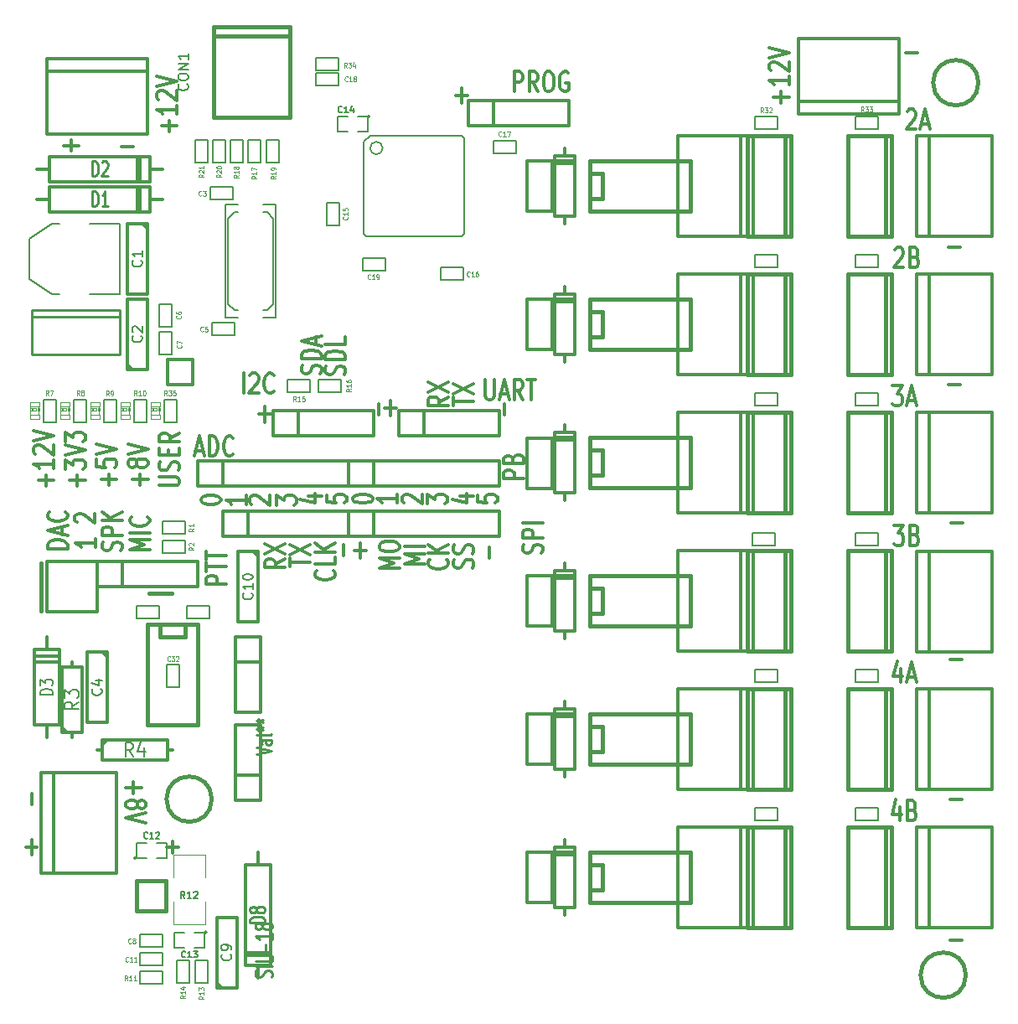
<source format=gto>
%FSLAX34Y34*%
G04 Gerber Fmt 3.4, Leading zero omitted, Abs format*
G04 (created by PCBNEW (2014-01-30 BZR 4648)-product) date Wed 16 Apr 2014 10:53:14 PM EDT*
%MOIN*%
G01*
G70*
G90*
G04 APERTURE LIST*
%ADD10C,0.005906*%
%ADD11C,0.015000*%
%ADD12C,0.012000*%
%ADD13C,0.008000*%
%ADD14C,0.004700*%
%ADD15C,0.005000*%
%ADD16C,0.002600*%
%ADD17C,0.004000*%
%ADD18C,0.010000*%
%ADD19C,0.012500*%
%ADD20C,0.010700*%
%ADD21C,0.011800*%
%ADD22C,0.004500*%
G04 APERTURE END LIST*
G54D10*
G54D11*
X58150Y-28400D02*
X58150Y-26500D01*
X62450Y-27700D02*
X63350Y-27700D01*
G54D12*
X76978Y-7761D02*
X76978Y-6961D01*
X77207Y-6961D01*
X77264Y-7000D01*
X77292Y-7038D01*
X77321Y-7114D01*
X77321Y-7228D01*
X77292Y-7304D01*
X77264Y-7342D01*
X77207Y-7380D01*
X76978Y-7380D01*
X77921Y-7761D02*
X77721Y-7380D01*
X77578Y-7761D02*
X77578Y-6961D01*
X77807Y-6961D01*
X77864Y-7000D01*
X77892Y-7038D01*
X77921Y-7114D01*
X77921Y-7228D01*
X77892Y-7304D01*
X77864Y-7342D01*
X77807Y-7380D01*
X77578Y-7380D01*
X78292Y-6961D02*
X78407Y-6961D01*
X78464Y-7000D01*
X78521Y-7076D01*
X78550Y-7228D01*
X78550Y-7495D01*
X78521Y-7647D01*
X78464Y-7723D01*
X78407Y-7761D01*
X78292Y-7761D01*
X78235Y-7723D01*
X78178Y-7647D01*
X78150Y-7495D01*
X78150Y-7228D01*
X78178Y-7076D01*
X78235Y-7000D01*
X78292Y-6961D01*
X79121Y-7000D02*
X79064Y-6961D01*
X78978Y-6961D01*
X78892Y-7000D01*
X78835Y-7076D01*
X78807Y-7152D01*
X78778Y-7304D01*
X78778Y-7419D01*
X78807Y-7571D01*
X78835Y-7647D01*
X78892Y-7723D01*
X78978Y-7761D01*
X79035Y-7761D01*
X79121Y-7723D01*
X79150Y-7685D01*
X79150Y-7419D01*
X79035Y-7419D01*
X92314Y-36228D02*
X92314Y-36761D01*
X92171Y-35923D02*
X92028Y-36495D01*
X92400Y-36495D01*
X92828Y-36342D02*
X92914Y-36380D01*
X92942Y-36419D01*
X92971Y-36495D01*
X92971Y-36609D01*
X92942Y-36685D01*
X92914Y-36723D01*
X92857Y-36761D01*
X92628Y-36761D01*
X92628Y-35961D01*
X92828Y-35961D01*
X92885Y-36000D01*
X92914Y-36038D01*
X92942Y-36114D01*
X92942Y-36190D01*
X92914Y-36266D01*
X92885Y-36304D01*
X92828Y-36342D01*
X92628Y-36342D01*
X92357Y-30728D02*
X92357Y-31261D01*
X92214Y-30423D02*
X92071Y-30995D01*
X92442Y-30995D01*
X92642Y-31033D02*
X92928Y-31033D01*
X92585Y-31261D02*
X92785Y-30461D01*
X92985Y-31261D01*
X92100Y-25011D02*
X92471Y-25011D01*
X92271Y-25316D01*
X92357Y-25316D01*
X92414Y-25354D01*
X92442Y-25392D01*
X92471Y-25469D01*
X92471Y-25659D01*
X92442Y-25735D01*
X92414Y-25773D01*
X92357Y-25811D01*
X92185Y-25811D01*
X92128Y-25773D01*
X92100Y-25735D01*
X92928Y-25392D02*
X93014Y-25430D01*
X93042Y-25469D01*
X93071Y-25545D01*
X93071Y-25659D01*
X93042Y-25735D01*
X93014Y-25773D01*
X92957Y-25811D01*
X92728Y-25811D01*
X92728Y-25011D01*
X92928Y-25011D01*
X92985Y-25050D01*
X93014Y-25088D01*
X93042Y-25164D01*
X93042Y-25240D01*
X93014Y-25316D01*
X92985Y-25354D01*
X92928Y-25392D01*
X92728Y-25392D01*
X92042Y-19461D02*
X92414Y-19461D01*
X92214Y-19766D01*
X92300Y-19766D01*
X92357Y-19804D01*
X92385Y-19842D01*
X92414Y-19919D01*
X92414Y-20109D01*
X92385Y-20185D01*
X92357Y-20223D01*
X92300Y-20261D01*
X92128Y-20261D01*
X92071Y-20223D01*
X92042Y-20185D01*
X92642Y-20033D02*
X92928Y-20033D01*
X92585Y-20261D02*
X92785Y-19461D01*
X92985Y-20261D01*
X92128Y-14038D02*
X92157Y-14000D01*
X92214Y-13961D01*
X92357Y-13961D01*
X92414Y-14000D01*
X92442Y-14038D01*
X92471Y-14114D01*
X92471Y-14190D01*
X92442Y-14304D01*
X92100Y-14761D01*
X92471Y-14761D01*
X92928Y-14342D02*
X93014Y-14380D01*
X93042Y-14419D01*
X93071Y-14495D01*
X93071Y-14609D01*
X93042Y-14685D01*
X93014Y-14723D01*
X92957Y-14761D01*
X92728Y-14761D01*
X92728Y-13961D01*
X92928Y-13961D01*
X92985Y-14000D01*
X93014Y-14038D01*
X93042Y-14114D01*
X93042Y-14190D01*
X93014Y-14266D01*
X92985Y-14304D01*
X92928Y-14342D01*
X92728Y-14342D01*
X92621Y-8538D02*
X92650Y-8500D01*
X92707Y-8461D01*
X92850Y-8461D01*
X92907Y-8500D01*
X92935Y-8538D01*
X92964Y-8614D01*
X92964Y-8690D01*
X92935Y-8804D01*
X92592Y-9261D01*
X92964Y-9261D01*
X93192Y-9033D02*
X93478Y-9033D01*
X93135Y-9261D02*
X93335Y-8461D01*
X93535Y-9261D01*
X94271Y-13957D02*
X94728Y-13957D01*
X94271Y-19407D02*
X94728Y-19407D01*
X94371Y-24907D02*
X94828Y-24907D01*
X94778Y-30342D02*
X94321Y-30342D01*
X94321Y-35907D02*
X94778Y-35907D01*
X94321Y-41507D02*
X94778Y-41507D01*
X62861Y-23428D02*
X63509Y-23428D01*
X63585Y-23399D01*
X63623Y-23371D01*
X63661Y-23314D01*
X63661Y-23199D01*
X63623Y-23142D01*
X63585Y-23114D01*
X63509Y-23085D01*
X62861Y-23085D01*
X63623Y-22828D02*
X63661Y-22742D01*
X63661Y-22600D01*
X63623Y-22542D01*
X63585Y-22514D01*
X63509Y-22485D01*
X63433Y-22485D01*
X63357Y-22514D01*
X63319Y-22542D01*
X63280Y-22600D01*
X63242Y-22714D01*
X63204Y-22771D01*
X63166Y-22800D01*
X63090Y-22828D01*
X63014Y-22828D01*
X62938Y-22800D01*
X62900Y-22771D01*
X62861Y-22714D01*
X62861Y-22571D01*
X62900Y-22485D01*
X63242Y-22228D02*
X63242Y-22028D01*
X63661Y-21942D02*
X63661Y-22228D01*
X62861Y-22228D01*
X62861Y-21942D01*
X63661Y-21342D02*
X63280Y-21542D01*
X63661Y-21685D02*
X62861Y-21685D01*
X62861Y-21457D01*
X62900Y-21400D01*
X62938Y-21371D01*
X63014Y-21342D01*
X63128Y-21342D01*
X63204Y-21371D01*
X63242Y-21400D01*
X63280Y-21457D01*
X63280Y-21685D01*
X62107Y-23421D02*
X62107Y-22964D01*
X62411Y-23192D02*
X61802Y-23192D01*
X61954Y-22592D02*
X61916Y-22650D01*
X61878Y-22678D01*
X61802Y-22707D01*
X61764Y-22707D01*
X61688Y-22678D01*
X61650Y-22650D01*
X61611Y-22592D01*
X61611Y-22478D01*
X61650Y-22421D01*
X61688Y-22392D01*
X61764Y-22364D01*
X61802Y-22364D01*
X61878Y-22392D01*
X61916Y-22421D01*
X61954Y-22478D01*
X61954Y-22592D01*
X61992Y-22650D01*
X62030Y-22678D01*
X62107Y-22707D01*
X62259Y-22707D01*
X62335Y-22678D01*
X62373Y-22650D01*
X62411Y-22592D01*
X62411Y-22478D01*
X62373Y-22421D01*
X62335Y-22392D01*
X62259Y-22364D01*
X62107Y-22364D01*
X62030Y-22392D01*
X61992Y-22421D01*
X61954Y-22478D01*
X61611Y-22192D02*
X62411Y-21992D01*
X61611Y-21792D01*
X60857Y-23421D02*
X60857Y-22964D01*
X61161Y-23192D02*
X60552Y-23192D01*
X60361Y-22392D02*
X60361Y-22678D01*
X60742Y-22707D01*
X60704Y-22678D01*
X60666Y-22621D01*
X60666Y-22478D01*
X60704Y-22421D01*
X60742Y-22392D01*
X60819Y-22364D01*
X61009Y-22364D01*
X61085Y-22392D01*
X61123Y-22421D01*
X61161Y-22478D01*
X61161Y-22621D01*
X61123Y-22678D01*
X61085Y-22707D01*
X60361Y-22192D02*
X61161Y-21992D01*
X60361Y-21792D01*
X59607Y-23457D02*
X59607Y-23000D01*
X59911Y-23228D02*
X59302Y-23228D01*
X59111Y-22771D02*
X59111Y-22400D01*
X59416Y-22600D01*
X59416Y-22514D01*
X59454Y-22457D01*
X59492Y-22428D01*
X59569Y-22400D01*
X59759Y-22400D01*
X59835Y-22428D01*
X59873Y-22457D01*
X59911Y-22514D01*
X59911Y-22685D01*
X59873Y-22742D01*
X59835Y-22771D01*
X59111Y-22228D02*
X59911Y-22028D01*
X59111Y-21828D01*
X59111Y-21685D02*
X59111Y-21314D01*
X59416Y-21514D01*
X59416Y-21428D01*
X59454Y-21371D01*
X59492Y-21342D01*
X59569Y-21314D01*
X59759Y-21314D01*
X59835Y-21342D01*
X59873Y-21371D01*
X59911Y-21428D01*
X59911Y-21599D01*
X59873Y-21657D01*
X59835Y-21685D01*
X58357Y-23457D02*
X58357Y-23000D01*
X58661Y-23228D02*
X58052Y-23228D01*
X58661Y-22400D02*
X58661Y-22742D01*
X58661Y-22571D02*
X57861Y-22571D01*
X57976Y-22628D01*
X58052Y-22685D01*
X58090Y-22742D01*
X57938Y-22171D02*
X57900Y-22142D01*
X57861Y-22085D01*
X57861Y-21942D01*
X57900Y-21885D01*
X57938Y-21857D01*
X58014Y-21828D01*
X58090Y-21828D01*
X58204Y-21857D01*
X58661Y-22200D01*
X58661Y-21828D01*
X57861Y-21657D02*
X58661Y-21457D01*
X57861Y-21257D01*
X59357Y-10128D02*
X59357Y-9671D01*
X59661Y-9899D02*
X59052Y-9899D01*
X61371Y-9957D02*
X61828Y-9957D01*
X63257Y-9357D02*
X63257Y-8900D01*
X63561Y-9128D02*
X62952Y-9128D01*
X63561Y-8300D02*
X63561Y-8642D01*
X63561Y-8471D02*
X62761Y-8471D01*
X62876Y-8528D01*
X62952Y-8585D01*
X62990Y-8642D01*
X62838Y-8071D02*
X62800Y-8042D01*
X62761Y-7985D01*
X62761Y-7842D01*
X62800Y-7785D01*
X62838Y-7757D01*
X62914Y-7728D01*
X62990Y-7728D01*
X63104Y-7757D01*
X63561Y-8100D01*
X63561Y-7728D01*
X62761Y-7557D02*
X63561Y-7357D01*
X62761Y-7157D01*
X87607Y-8207D02*
X87607Y-7750D01*
X87911Y-7978D02*
X87302Y-7978D01*
X87911Y-7150D02*
X87911Y-7492D01*
X87911Y-7321D02*
X87111Y-7321D01*
X87226Y-7378D01*
X87302Y-7435D01*
X87340Y-7492D01*
X87188Y-6921D02*
X87150Y-6892D01*
X87111Y-6835D01*
X87111Y-6692D01*
X87150Y-6635D01*
X87188Y-6607D01*
X87264Y-6578D01*
X87340Y-6578D01*
X87454Y-6607D01*
X87911Y-6950D01*
X87911Y-6578D01*
X87111Y-6407D02*
X87911Y-6207D01*
X87111Y-6007D01*
X92571Y-6207D02*
X93028Y-6207D01*
X74671Y-7907D02*
X75128Y-7907D01*
X74900Y-8211D02*
X74900Y-7602D01*
X75842Y-19211D02*
X75842Y-19859D01*
X75871Y-19935D01*
X75900Y-19973D01*
X75957Y-20011D01*
X76071Y-20011D01*
X76128Y-19973D01*
X76157Y-19935D01*
X76185Y-19859D01*
X76185Y-19211D01*
X76442Y-19783D02*
X76728Y-19783D01*
X76385Y-20011D02*
X76585Y-19211D01*
X76785Y-20011D01*
X77328Y-20011D02*
X77128Y-19630D01*
X76985Y-20011D02*
X76985Y-19211D01*
X77214Y-19211D01*
X77271Y-19250D01*
X77300Y-19288D01*
X77328Y-19364D01*
X77328Y-19478D01*
X77300Y-19554D01*
X77271Y-19592D01*
X77214Y-19630D01*
X76985Y-19630D01*
X77500Y-19211D02*
X77842Y-19211D01*
X77671Y-20011D02*
X77671Y-19211D01*
X66214Y-19761D02*
X66214Y-18961D01*
X66471Y-19038D02*
X66500Y-19000D01*
X66557Y-18961D01*
X66700Y-18961D01*
X66757Y-19000D01*
X66785Y-19038D01*
X66814Y-19114D01*
X66814Y-19190D01*
X66785Y-19304D01*
X66442Y-19761D01*
X66814Y-19761D01*
X67414Y-19685D02*
X67385Y-19723D01*
X67300Y-19761D01*
X67242Y-19761D01*
X67157Y-19723D01*
X67100Y-19647D01*
X67071Y-19571D01*
X67042Y-19419D01*
X67042Y-19304D01*
X67071Y-19152D01*
X67100Y-19076D01*
X67157Y-19000D01*
X67242Y-18961D01*
X67300Y-18961D01*
X67385Y-19000D01*
X67414Y-19038D01*
X67278Y-20592D02*
X66821Y-20592D01*
X67049Y-20288D02*
X67049Y-20897D01*
X71607Y-20628D02*
X71607Y-20171D01*
X70223Y-19014D02*
X70261Y-18928D01*
X70261Y-18785D01*
X70223Y-18728D01*
X70185Y-18700D01*
X70109Y-18671D01*
X70033Y-18671D01*
X69957Y-18700D01*
X69919Y-18728D01*
X69880Y-18785D01*
X69842Y-18900D01*
X69804Y-18957D01*
X69766Y-18985D01*
X69690Y-19014D01*
X69614Y-19014D01*
X69538Y-18985D01*
X69500Y-18957D01*
X69461Y-18900D01*
X69461Y-18757D01*
X69500Y-18671D01*
X70261Y-18414D02*
X69461Y-18414D01*
X69461Y-18271D01*
X69500Y-18185D01*
X69576Y-18128D01*
X69652Y-18099D01*
X69804Y-18071D01*
X69919Y-18071D01*
X70071Y-18099D01*
X70147Y-18128D01*
X70223Y-18185D01*
X70261Y-18271D01*
X70261Y-18414D01*
X70261Y-17528D02*
X70261Y-17814D01*
X69461Y-17814D01*
X69273Y-18978D02*
X69311Y-18892D01*
X69311Y-18750D01*
X69273Y-18692D01*
X69235Y-18664D01*
X69159Y-18635D01*
X69083Y-18635D01*
X69007Y-18664D01*
X68969Y-18692D01*
X68930Y-18750D01*
X68892Y-18864D01*
X68854Y-18921D01*
X68816Y-18950D01*
X68740Y-18978D01*
X68664Y-18978D01*
X68588Y-18950D01*
X68550Y-18921D01*
X68511Y-18864D01*
X68511Y-18721D01*
X68550Y-18635D01*
X69311Y-18378D02*
X68511Y-18378D01*
X68511Y-18235D01*
X68550Y-18149D01*
X68626Y-18092D01*
X68702Y-18064D01*
X68854Y-18035D01*
X68969Y-18035D01*
X69121Y-18064D01*
X69197Y-18092D01*
X69273Y-18149D01*
X69311Y-18235D01*
X69311Y-18378D01*
X69083Y-17807D02*
X69083Y-17521D01*
X69311Y-17864D02*
X68511Y-17664D01*
X69311Y-17464D01*
X72278Y-20342D02*
X71821Y-20342D01*
X72049Y-20038D02*
X72049Y-20647D01*
X76607Y-20628D02*
X76607Y-20171D01*
X74561Y-20257D02*
X74561Y-19914D01*
X75361Y-20085D02*
X74561Y-20085D01*
X74561Y-19771D02*
X75361Y-19371D01*
X74561Y-19371D02*
X75361Y-19771D01*
X74361Y-19900D02*
X73980Y-20100D01*
X74361Y-20242D02*
X73561Y-20242D01*
X73561Y-20014D01*
X73600Y-19957D01*
X73638Y-19928D01*
X73714Y-19900D01*
X73828Y-19900D01*
X73904Y-19928D01*
X73942Y-19957D01*
X73980Y-20014D01*
X73980Y-20242D01*
X73561Y-19700D02*
X74361Y-19300D01*
X73561Y-19300D02*
X74361Y-19700D01*
X78073Y-26114D02*
X78111Y-26028D01*
X78111Y-25885D01*
X78073Y-25828D01*
X78035Y-25800D01*
X77959Y-25771D01*
X77883Y-25771D01*
X77807Y-25800D01*
X77769Y-25828D01*
X77730Y-25885D01*
X77692Y-26000D01*
X77654Y-26057D01*
X77616Y-26085D01*
X77540Y-26114D01*
X77464Y-26114D01*
X77388Y-26085D01*
X77350Y-26057D01*
X77311Y-26000D01*
X77311Y-25857D01*
X77350Y-25771D01*
X78111Y-25514D02*
X77311Y-25514D01*
X77311Y-25285D01*
X77350Y-25228D01*
X77388Y-25199D01*
X77464Y-25171D01*
X77578Y-25171D01*
X77654Y-25199D01*
X77692Y-25228D01*
X77730Y-25285D01*
X77730Y-25514D01*
X78111Y-24914D02*
X77311Y-24914D01*
X76007Y-26328D02*
X76007Y-25871D01*
X75323Y-26707D02*
X75361Y-26621D01*
X75361Y-26478D01*
X75323Y-26421D01*
X75285Y-26392D01*
X75209Y-26364D01*
X75133Y-26364D01*
X75057Y-26392D01*
X75019Y-26421D01*
X74980Y-26478D01*
X74942Y-26592D01*
X74904Y-26650D01*
X74866Y-26678D01*
X74790Y-26707D01*
X74714Y-26707D01*
X74638Y-26678D01*
X74600Y-26650D01*
X74561Y-26592D01*
X74561Y-26450D01*
X74600Y-26364D01*
X75323Y-26135D02*
X75361Y-26050D01*
X75361Y-25907D01*
X75323Y-25850D01*
X75285Y-25821D01*
X75209Y-25792D01*
X75133Y-25792D01*
X75057Y-25821D01*
X75019Y-25850D01*
X74980Y-25907D01*
X74942Y-26021D01*
X74904Y-26078D01*
X74866Y-26107D01*
X74790Y-26135D01*
X74714Y-26135D01*
X74638Y-26107D01*
X74600Y-26078D01*
X74561Y-26021D01*
X74561Y-25878D01*
X74600Y-25792D01*
X74285Y-26364D02*
X74323Y-26392D01*
X74361Y-26478D01*
X74361Y-26535D01*
X74323Y-26621D01*
X74247Y-26678D01*
X74171Y-26707D01*
X74019Y-26735D01*
X73904Y-26735D01*
X73752Y-26707D01*
X73676Y-26678D01*
X73600Y-26621D01*
X73561Y-26535D01*
X73561Y-26478D01*
X73600Y-26392D01*
X73638Y-26364D01*
X74361Y-26107D02*
X73561Y-26107D01*
X74361Y-25764D02*
X73904Y-26021D01*
X73561Y-25764D02*
X74019Y-26107D01*
X73411Y-26542D02*
X72611Y-26542D01*
X73183Y-26342D01*
X72611Y-26142D01*
X73411Y-26142D01*
X73411Y-25857D02*
X72611Y-25857D01*
X72411Y-26714D02*
X71611Y-26714D01*
X72183Y-26514D01*
X71611Y-26314D01*
X72411Y-26314D01*
X71611Y-25914D02*
X71611Y-25799D01*
X71650Y-25742D01*
X71726Y-25685D01*
X71878Y-25657D01*
X72145Y-25657D01*
X72297Y-25685D01*
X72373Y-25742D01*
X72411Y-25799D01*
X72411Y-25914D01*
X72373Y-25971D01*
X72297Y-26028D01*
X72145Y-26057D01*
X71878Y-26057D01*
X71726Y-26028D01*
X71650Y-25971D01*
X71611Y-25914D01*
X70621Y-26007D02*
X71078Y-26007D01*
X70850Y-26311D02*
X70850Y-25702D01*
X70207Y-26228D02*
X70207Y-25771D01*
X69785Y-26807D02*
X69823Y-26835D01*
X69861Y-26921D01*
X69861Y-26978D01*
X69823Y-27064D01*
X69747Y-27121D01*
X69671Y-27150D01*
X69519Y-27178D01*
X69404Y-27178D01*
X69252Y-27150D01*
X69176Y-27121D01*
X69100Y-27064D01*
X69061Y-26978D01*
X69061Y-26921D01*
X69100Y-26835D01*
X69138Y-26807D01*
X69861Y-26264D02*
X69861Y-26550D01*
X69061Y-26550D01*
X69861Y-26064D02*
X69061Y-26064D01*
X69861Y-25721D02*
X69404Y-25978D01*
X69061Y-25721D02*
X69519Y-26064D01*
X68061Y-26657D02*
X68061Y-26314D01*
X68861Y-26485D02*
X68061Y-26485D01*
X68061Y-26171D02*
X68861Y-25771D01*
X68061Y-25771D02*
X68861Y-26171D01*
X67861Y-26350D02*
X67480Y-26550D01*
X67861Y-26692D02*
X67061Y-26692D01*
X67061Y-26464D01*
X67100Y-26407D01*
X67138Y-26378D01*
X67214Y-26350D01*
X67328Y-26350D01*
X67404Y-26378D01*
X67442Y-26407D01*
X67480Y-26464D01*
X67480Y-26692D01*
X67061Y-26150D02*
X67861Y-25750D01*
X67061Y-25750D02*
X67861Y-26150D01*
X77361Y-23157D02*
X76561Y-23157D01*
X76561Y-22928D01*
X76600Y-22871D01*
X76638Y-22842D01*
X76714Y-22814D01*
X76828Y-22814D01*
X76904Y-22842D01*
X76942Y-22871D01*
X76980Y-22928D01*
X76980Y-23157D01*
X76942Y-22357D02*
X76980Y-22271D01*
X77019Y-22242D01*
X77095Y-22214D01*
X77209Y-22214D01*
X77285Y-22242D01*
X77323Y-22271D01*
X77361Y-22328D01*
X77361Y-22557D01*
X76561Y-22557D01*
X76561Y-22357D01*
X76600Y-22300D01*
X76638Y-22271D01*
X76714Y-22242D01*
X76790Y-22242D01*
X76866Y-22271D01*
X76904Y-22300D01*
X76942Y-22357D01*
X76942Y-22557D01*
X75511Y-23807D02*
X75511Y-24092D01*
X75892Y-24121D01*
X75854Y-24092D01*
X75816Y-24035D01*
X75816Y-23892D01*
X75854Y-23835D01*
X75892Y-23807D01*
X75969Y-23778D01*
X76159Y-23778D01*
X76235Y-23807D01*
X76273Y-23835D01*
X76311Y-23892D01*
X76311Y-24035D01*
X76273Y-24092D01*
X76235Y-24121D01*
X74828Y-23835D02*
X75361Y-23835D01*
X74523Y-23978D02*
X75095Y-24121D01*
X75095Y-23750D01*
X73511Y-24150D02*
X73511Y-23778D01*
X73816Y-23978D01*
X73816Y-23892D01*
X73854Y-23835D01*
X73892Y-23807D01*
X73969Y-23778D01*
X74159Y-23778D01*
X74235Y-23807D01*
X74273Y-23835D01*
X74311Y-23892D01*
X74311Y-24064D01*
X74273Y-24121D01*
X74235Y-24150D01*
X72588Y-24121D02*
X72550Y-24092D01*
X72511Y-24035D01*
X72511Y-23892D01*
X72550Y-23835D01*
X72588Y-23807D01*
X72664Y-23778D01*
X72740Y-23778D01*
X72854Y-23807D01*
X73311Y-24150D01*
X73311Y-23778D01*
X72311Y-23778D02*
X72311Y-24121D01*
X72311Y-23950D02*
X71511Y-23950D01*
X71626Y-24007D01*
X71702Y-24064D01*
X71740Y-24121D01*
X70561Y-23978D02*
X70561Y-23921D01*
X70600Y-23864D01*
X70638Y-23835D01*
X70714Y-23807D01*
X70866Y-23778D01*
X71057Y-23778D01*
X71209Y-23807D01*
X71285Y-23835D01*
X71323Y-23864D01*
X71361Y-23921D01*
X71361Y-23978D01*
X71323Y-24035D01*
X71285Y-24064D01*
X71209Y-24092D01*
X71057Y-24121D01*
X70866Y-24121D01*
X70714Y-24092D01*
X70638Y-24064D01*
X70600Y-24035D01*
X70561Y-23978D01*
X69511Y-23807D02*
X69511Y-24092D01*
X69892Y-24121D01*
X69854Y-24092D01*
X69816Y-24035D01*
X69816Y-23892D01*
X69854Y-23835D01*
X69892Y-23807D01*
X69969Y-23778D01*
X70159Y-23778D01*
X70235Y-23807D01*
X70273Y-23835D01*
X70311Y-23892D01*
X70311Y-24035D01*
X70273Y-24092D01*
X70235Y-24121D01*
X68778Y-23835D02*
X69311Y-23835D01*
X68473Y-23978D02*
X69045Y-24121D01*
X69045Y-23750D01*
X67511Y-24200D02*
X67511Y-23828D01*
X67816Y-24028D01*
X67816Y-23942D01*
X67854Y-23885D01*
X67892Y-23857D01*
X67969Y-23828D01*
X68159Y-23828D01*
X68235Y-23857D01*
X68273Y-23885D01*
X68311Y-23942D01*
X68311Y-24114D01*
X68273Y-24171D01*
X68235Y-24200D01*
X66538Y-24171D02*
X66500Y-24142D01*
X66461Y-24085D01*
X66461Y-23942D01*
X66500Y-23885D01*
X66538Y-23857D01*
X66614Y-23828D01*
X66690Y-23828D01*
X66804Y-23857D01*
X67261Y-24200D01*
X67261Y-23828D01*
X66311Y-23828D02*
X66311Y-24171D01*
X66311Y-24000D02*
X65511Y-24000D01*
X65626Y-24057D01*
X65702Y-24114D01*
X65740Y-24171D01*
X64511Y-24028D02*
X64511Y-23971D01*
X64550Y-23914D01*
X64588Y-23885D01*
X64664Y-23857D01*
X64816Y-23828D01*
X65007Y-23828D01*
X65159Y-23857D01*
X65235Y-23885D01*
X65273Y-23914D01*
X65311Y-23971D01*
X65311Y-24028D01*
X65273Y-24085D01*
X65235Y-24114D01*
X65159Y-24142D01*
X65007Y-24171D01*
X64816Y-24171D01*
X64664Y-24142D01*
X64588Y-24114D01*
X64550Y-24085D01*
X64511Y-24028D01*
X64307Y-22033D02*
X64592Y-22033D01*
X64250Y-22261D02*
X64450Y-21461D01*
X64650Y-22261D01*
X64850Y-22261D02*
X64850Y-21461D01*
X64992Y-21461D01*
X65078Y-21500D01*
X65135Y-21576D01*
X65164Y-21652D01*
X65192Y-21804D01*
X65192Y-21919D01*
X65164Y-22071D01*
X65135Y-22147D01*
X65078Y-22223D01*
X64992Y-22261D01*
X64850Y-22261D01*
X65792Y-22185D02*
X65764Y-22223D01*
X65678Y-22261D01*
X65621Y-22261D01*
X65535Y-22223D01*
X65478Y-22147D01*
X65450Y-22071D01*
X65421Y-21919D01*
X65421Y-21804D01*
X65450Y-21652D01*
X65478Y-21576D01*
X65535Y-21500D01*
X65621Y-21461D01*
X65678Y-21461D01*
X65764Y-21500D01*
X65792Y-21538D01*
X65541Y-27344D02*
X64741Y-27344D01*
X64741Y-27115D01*
X64780Y-27058D01*
X64818Y-27030D01*
X64894Y-27001D01*
X65008Y-27001D01*
X65084Y-27030D01*
X65122Y-27058D01*
X65160Y-27115D01*
X65160Y-27344D01*
X64741Y-26830D02*
X64741Y-26487D01*
X65541Y-26658D02*
X64741Y-26658D01*
X64741Y-26372D02*
X64741Y-26030D01*
X65541Y-26201D02*
X64741Y-26201D01*
X62481Y-25982D02*
X61681Y-25982D01*
X62253Y-25782D01*
X61681Y-25582D01*
X62481Y-25582D01*
X62481Y-25297D02*
X61681Y-25297D01*
X62405Y-24668D02*
X62443Y-24697D01*
X62481Y-24782D01*
X62481Y-24840D01*
X62443Y-24925D01*
X62367Y-24982D01*
X62291Y-25011D01*
X62139Y-25040D01*
X62024Y-25040D01*
X61872Y-25011D01*
X61796Y-24982D01*
X61720Y-24925D01*
X61681Y-24840D01*
X61681Y-24782D01*
X61720Y-24697D01*
X61758Y-24668D01*
X61343Y-26011D02*
X61381Y-25925D01*
X61381Y-25782D01*
X61343Y-25725D01*
X61305Y-25697D01*
X61229Y-25668D01*
X61153Y-25668D01*
X61077Y-25697D01*
X61039Y-25725D01*
X61000Y-25782D01*
X60962Y-25897D01*
X60924Y-25954D01*
X60886Y-25982D01*
X60810Y-26011D01*
X60734Y-26011D01*
X60658Y-25982D01*
X60620Y-25954D01*
X60581Y-25897D01*
X60581Y-25754D01*
X60620Y-25668D01*
X61381Y-25411D02*
X60581Y-25411D01*
X60581Y-25182D01*
X60620Y-25125D01*
X60658Y-25097D01*
X60734Y-25068D01*
X60848Y-25068D01*
X60924Y-25097D01*
X60962Y-25125D01*
X61000Y-25182D01*
X61000Y-25411D01*
X61381Y-24811D02*
X60581Y-24811D01*
X61381Y-24468D02*
X60924Y-24725D01*
X60581Y-24468D02*
X61039Y-24811D01*
X59578Y-24881D02*
X59540Y-24852D01*
X59501Y-24795D01*
X59501Y-24652D01*
X59540Y-24595D01*
X59578Y-24567D01*
X59654Y-24538D01*
X59730Y-24538D01*
X59844Y-24567D01*
X60301Y-24910D01*
X60301Y-24538D01*
X60321Y-25538D02*
X60321Y-25881D01*
X60321Y-25710D02*
X59521Y-25710D01*
X59636Y-25767D01*
X59712Y-25824D01*
X59750Y-25881D01*
X59211Y-25934D02*
X58411Y-25934D01*
X58411Y-25791D01*
X58450Y-25705D01*
X58526Y-25648D01*
X58602Y-25620D01*
X58754Y-25591D01*
X58869Y-25591D01*
X59021Y-25620D01*
X59097Y-25648D01*
X59173Y-25705D01*
X59211Y-25791D01*
X59211Y-25934D01*
X58983Y-25362D02*
X58983Y-25077D01*
X59211Y-25420D02*
X58411Y-25220D01*
X59211Y-25020D01*
X59135Y-24477D02*
X59173Y-24505D01*
X59211Y-24591D01*
X59211Y-24648D01*
X59173Y-24734D01*
X59097Y-24791D01*
X59021Y-24820D01*
X58869Y-24848D01*
X58754Y-24848D01*
X58602Y-24820D01*
X58526Y-24791D01*
X58450Y-24734D01*
X58411Y-24648D01*
X58411Y-24591D01*
X58450Y-24505D01*
X58488Y-24477D01*
X57551Y-37817D02*
X58008Y-37817D01*
X57780Y-38121D02*
X57780Y-37512D01*
X57807Y-36128D02*
X57807Y-35671D01*
X61842Y-35228D02*
X61842Y-35685D01*
X61538Y-35457D02*
X62147Y-35457D01*
X61995Y-36057D02*
X62033Y-36000D01*
X62071Y-35971D01*
X62147Y-35942D01*
X62185Y-35942D01*
X62261Y-35971D01*
X62300Y-36000D01*
X62338Y-36057D01*
X62338Y-36171D01*
X62300Y-36228D01*
X62261Y-36257D01*
X62185Y-36285D01*
X62147Y-36285D01*
X62071Y-36257D01*
X62033Y-36228D01*
X61995Y-36171D01*
X61995Y-36057D01*
X61957Y-36000D01*
X61919Y-35971D01*
X61842Y-35942D01*
X61690Y-35942D01*
X61614Y-35971D01*
X61576Y-36000D01*
X61538Y-36057D01*
X61538Y-36171D01*
X61576Y-36228D01*
X61614Y-36257D01*
X61690Y-36285D01*
X61842Y-36285D01*
X61919Y-36257D01*
X61957Y-36228D01*
X61995Y-36171D01*
X62338Y-36457D02*
X61538Y-36657D01*
X62338Y-36857D01*
G54D11*
X95450Y-7400D02*
G75*
G03X95450Y-7400I-900J0D01*
G74*
G01*
X68066Y-5558D02*
X65034Y-5558D01*
X68066Y-5164D02*
X65034Y-5164D01*
X65034Y-5164D02*
X65034Y-8786D01*
X65034Y-8786D02*
X68066Y-8786D01*
X68066Y-8786D02*
X68066Y-5164D01*
G54D13*
X60100Y-15800D02*
X61300Y-15800D01*
X61300Y-15800D02*
X61300Y-13000D01*
X61300Y-13000D02*
X60100Y-13000D01*
X58900Y-15800D02*
X58600Y-15800D01*
X58600Y-15800D02*
X57700Y-15200D01*
X57700Y-15200D02*
X57700Y-13600D01*
X57700Y-13600D02*
X58600Y-13000D01*
X58600Y-13000D02*
X58900Y-13000D01*
X71000Y-9750D02*
X71250Y-9500D01*
X71250Y-9500D02*
X74900Y-9500D01*
X74900Y-9500D02*
X75000Y-9600D01*
X75000Y-9600D02*
X75000Y-13400D01*
X75000Y-13400D02*
X74900Y-13500D01*
X74900Y-13500D02*
X71100Y-13500D01*
X71100Y-13500D02*
X71000Y-13400D01*
X71000Y-13400D02*
X71000Y-9750D01*
X71750Y-10000D02*
G75*
G03X71750Y-10000I-250J0D01*
G74*
G01*
G54D14*
X64680Y-40878D02*
X63420Y-40878D01*
X64680Y-38122D02*
X63420Y-38122D01*
X63418Y-39971D02*
X63418Y-40871D01*
X64682Y-40871D02*
X64682Y-39971D01*
X64682Y-39028D02*
X64682Y-38128D01*
X63418Y-38128D02*
X63418Y-39028D01*
G54D15*
X61950Y-38250D02*
G75*
G03X61950Y-38250I-50J0D01*
G74*
G01*
X62350Y-38250D02*
X61950Y-38250D01*
X61950Y-38250D02*
X61950Y-37650D01*
X61950Y-37650D02*
X62350Y-37650D01*
X62750Y-37650D02*
X63150Y-37650D01*
X63150Y-37650D02*
X63150Y-38250D01*
X63150Y-38250D02*
X62750Y-38250D01*
X64750Y-41200D02*
G75*
G03X64750Y-41200I-50J0D01*
G74*
G01*
X64250Y-41200D02*
X64650Y-41200D01*
X64650Y-41200D02*
X64650Y-41800D01*
X64650Y-41800D02*
X64250Y-41800D01*
X63850Y-41800D02*
X63450Y-41800D01*
X63450Y-41800D02*
X63450Y-41200D01*
X63450Y-41200D02*
X63850Y-41200D01*
X62090Y-41280D02*
X62990Y-41280D01*
X62990Y-41280D02*
X62990Y-41780D01*
X62990Y-41780D02*
X62090Y-41780D01*
X62090Y-41780D02*
X62090Y-41280D01*
X65800Y-12050D02*
X64900Y-12050D01*
X64900Y-12050D02*
X64900Y-11550D01*
X64900Y-11550D02*
X65800Y-11550D01*
X65800Y-11550D02*
X65800Y-12050D01*
X65850Y-17450D02*
X64950Y-17450D01*
X64950Y-17450D02*
X64950Y-16950D01*
X64950Y-16950D02*
X65850Y-16950D01*
X65850Y-16950D02*
X65850Y-17450D01*
X62850Y-17100D02*
X62850Y-16200D01*
X62850Y-16200D02*
X63350Y-16200D01*
X63350Y-16200D02*
X63350Y-17100D01*
X63350Y-17100D02*
X62850Y-17100D01*
X62850Y-18200D02*
X62850Y-17300D01*
X62850Y-17300D02*
X63350Y-17300D01*
X63350Y-17300D02*
X63350Y-18200D01*
X63350Y-18200D02*
X62850Y-18200D01*
X62090Y-42020D02*
X62990Y-42020D01*
X62990Y-42020D02*
X62990Y-42520D01*
X62990Y-42520D02*
X62090Y-42520D01*
X62090Y-42520D02*
X62090Y-42020D01*
X69525Y-13075D02*
X69525Y-12175D01*
X69525Y-12175D02*
X70025Y-12175D01*
X70025Y-12175D02*
X70025Y-13075D01*
X70025Y-13075D02*
X69525Y-13075D01*
X74950Y-15250D02*
X74050Y-15250D01*
X74050Y-15250D02*
X74050Y-14750D01*
X74050Y-14750D02*
X74950Y-14750D01*
X74950Y-14750D02*
X74950Y-15250D01*
X76150Y-9700D02*
X77050Y-9700D01*
X77050Y-9700D02*
X77050Y-10200D01*
X77050Y-10200D02*
X76150Y-10200D01*
X76150Y-10200D02*
X76150Y-9700D01*
X71850Y-14870D02*
X70950Y-14870D01*
X70950Y-14870D02*
X70950Y-14370D01*
X70950Y-14370D02*
X71850Y-14370D01*
X71850Y-14370D02*
X71850Y-14870D01*
X69100Y-7000D02*
X70000Y-7000D01*
X70000Y-7000D02*
X70000Y-7500D01*
X70000Y-7500D02*
X69100Y-7500D01*
X69100Y-7500D02*
X69100Y-7000D01*
X64980Y-10570D02*
X64980Y-9670D01*
X64980Y-9670D02*
X65480Y-9670D01*
X65480Y-9670D02*
X65480Y-10570D01*
X65480Y-10570D02*
X64980Y-10570D01*
X86550Y-36250D02*
X87450Y-36250D01*
X87450Y-36250D02*
X87450Y-36750D01*
X87450Y-36750D02*
X86550Y-36750D01*
X86550Y-36750D02*
X86550Y-36250D01*
X63000Y-24850D02*
X63900Y-24850D01*
X63900Y-24850D02*
X63900Y-25350D01*
X63900Y-25350D02*
X63000Y-25350D01*
X63000Y-25350D02*
X63000Y-24850D01*
X63000Y-25600D02*
X63900Y-25600D01*
X63900Y-25600D02*
X63900Y-26100D01*
X63900Y-26100D02*
X63000Y-26100D01*
X63000Y-26100D02*
X63000Y-25600D01*
X64850Y-28700D02*
X63950Y-28700D01*
X63950Y-28700D02*
X63950Y-28200D01*
X63950Y-28200D02*
X64850Y-28200D01*
X64850Y-28200D02*
X64850Y-28700D01*
X61950Y-28200D02*
X62850Y-28200D01*
X62850Y-28200D02*
X62850Y-28700D01*
X62850Y-28700D02*
X61950Y-28700D01*
X61950Y-28700D02*
X61950Y-28200D01*
X58250Y-20900D02*
X58250Y-20000D01*
X58250Y-20000D02*
X58750Y-20000D01*
X58750Y-20000D02*
X58750Y-20900D01*
X58750Y-20900D02*
X58250Y-20900D01*
X59450Y-20900D02*
X59450Y-20000D01*
X59450Y-20000D02*
X59950Y-20000D01*
X59950Y-20000D02*
X59950Y-20900D01*
X59950Y-20900D02*
X59450Y-20900D01*
X60650Y-20900D02*
X60650Y-20000D01*
X60650Y-20000D02*
X61150Y-20000D01*
X61150Y-20000D02*
X61150Y-20900D01*
X61150Y-20900D02*
X60650Y-20900D01*
X61850Y-20900D02*
X61850Y-20000D01*
X61850Y-20000D02*
X62350Y-20000D01*
X62350Y-20000D02*
X62350Y-20900D01*
X62350Y-20900D02*
X61850Y-20900D01*
X63000Y-43250D02*
X62100Y-43250D01*
X62100Y-43250D02*
X62100Y-42750D01*
X62100Y-42750D02*
X63000Y-42750D01*
X63000Y-42750D02*
X63000Y-43250D01*
X64800Y-42300D02*
X64800Y-43200D01*
X64800Y-43200D02*
X64300Y-43200D01*
X64300Y-43200D02*
X64300Y-42300D01*
X64300Y-42300D02*
X64800Y-42300D01*
X69100Y-6400D02*
X70000Y-6400D01*
X70000Y-6400D02*
X70000Y-6900D01*
X70000Y-6900D02*
X69100Y-6900D01*
X69100Y-6900D02*
X69100Y-6400D01*
X90550Y-8750D02*
X91450Y-8750D01*
X91450Y-8750D02*
X91450Y-9250D01*
X91450Y-9250D02*
X90550Y-9250D01*
X90550Y-9250D02*
X90550Y-8750D01*
X86550Y-8750D02*
X87450Y-8750D01*
X87450Y-8750D02*
X87450Y-9250D01*
X87450Y-9250D02*
X86550Y-9250D01*
X86550Y-9250D02*
X86550Y-8750D01*
X90550Y-14250D02*
X91450Y-14250D01*
X91450Y-14250D02*
X91450Y-14750D01*
X91450Y-14750D02*
X90550Y-14750D01*
X90550Y-14750D02*
X90550Y-14250D01*
X86550Y-14250D02*
X87450Y-14250D01*
X87450Y-14250D02*
X87450Y-14750D01*
X87450Y-14750D02*
X86550Y-14750D01*
X86550Y-14750D02*
X86550Y-14250D01*
X90550Y-25300D02*
X91450Y-25300D01*
X91450Y-25300D02*
X91450Y-25800D01*
X91450Y-25800D02*
X90550Y-25800D01*
X90550Y-25800D02*
X90550Y-25300D01*
X86450Y-25300D02*
X87350Y-25300D01*
X87350Y-25300D02*
X87350Y-25800D01*
X87350Y-25800D02*
X86450Y-25800D01*
X86450Y-25800D02*
X86450Y-25300D01*
X90550Y-30750D02*
X91450Y-30750D01*
X91450Y-30750D02*
X91450Y-31250D01*
X91450Y-31250D02*
X90550Y-31250D01*
X90550Y-31250D02*
X90550Y-30750D01*
X86550Y-30750D02*
X87450Y-30750D01*
X87450Y-30750D02*
X87450Y-31250D01*
X87450Y-31250D02*
X86550Y-31250D01*
X86550Y-31250D02*
X86550Y-30750D01*
X90550Y-36250D02*
X91450Y-36250D01*
X91450Y-36250D02*
X91450Y-36750D01*
X91450Y-36750D02*
X90550Y-36750D01*
X90550Y-36750D02*
X90550Y-36250D01*
X90550Y-19750D02*
X91450Y-19750D01*
X91450Y-19750D02*
X91450Y-20250D01*
X91450Y-20250D02*
X90550Y-20250D01*
X90550Y-20250D02*
X90550Y-19750D01*
X86550Y-19750D02*
X87450Y-19750D01*
X87450Y-19750D02*
X87450Y-20250D01*
X87450Y-20250D02*
X86550Y-20250D01*
X86550Y-20250D02*
X86550Y-19750D01*
X64280Y-10570D02*
X64280Y-9670D01*
X64280Y-9670D02*
X64780Y-9670D01*
X64780Y-9670D02*
X64780Y-10570D01*
X64780Y-10570D02*
X64280Y-10570D01*
X63550Y-43200D02*
X63550Y-42300D01*
X63550Y-42300D02*
X64050Y-42300D01*
X64050Y-42300D02*
X64050Y-43200D01*
X64050Y-43200D02*
X63550Y-43200D01*
X67950Y-19200D02*
X68850Y-19200D01*
X68850Y-19200D02*
X68850Y-19700D01*
X68850Y-19700D02*
X67950Y-19700D01*
X67950Y-19700D02*
X67950Y-19200D01*
X69200Y-19200D02*
X70100Y-19200D01*
X70100Y-19200D02*
X70100Y-19700D01*
X70100Y-19700D02*
X69200Y-19700D01*
X69200Y-19700D02*
X69200Y-19200D01*
X67620Y-9670D02*
X67620Y-10570D01*
X67620Y-10570D02*
X67120Y-10570D01*
X67120Y-10570D02*
X67120Y-9670D01*
X67120Y-9670D02*
X67620Y-9670D01*
X66900Y-9670D02*
X66900Y-10570D01*
X66900Y-10570D02*
X66400Y-10570D01*
X66400Y-10570D02*
X66400Y-9670D01*
X66400Y-9670D02*
X66900Y-9670D01*
X66180Y-9670D02*
X66180Y-10570D01*
X66180Y-10570D02*
X65680Y-10570D01*
X65680Y-10570D02*
X65680Y-9670D01*
X65680Y-9670D02*
X66180Y-9670D01*
G54D12*
X70400Y-23450D02*
X70400Y-22450D01*
X70400Y-22450D02*
X76400Y-22450D01*
X76400Y-22450D02*
X76400Y-23450D01*
X76400Y-23450D02*
X70400Y-23450D01*
X71400Y-23450D02*
X71400Y-22450D01*
X64400Y-23450D02*
X64400Y-22450D01*
X64400Y-22450D02*
X70400Y-22450D01*
X70400Y-22450D02*
X70400Y-23450D01*
X70400Y-23450D02*
X64400Y-23450D01*
X65400Y-23450D02*
X65400Y-22450D01*
X70400Y-25450D02*
X70400Y-24450D01*
X70400Y-24450D02*
X76400Y-24450D01*
X76400Y-24450D02*
X76400Y-25450D01*
X76400Y-25450D02*
X70400Y-25450D01*
X71400Y-25450D02*
X71400Y-24450D01*
X65400Y-25450D02*
X65400Y-24450D01*
X65400Y-24450D02*
X70400Y-24450D01*
X70400Y-24450D02*
X70400Y-25450D01*
X70400Y-25450D02*
X65400Y-25450D01*
X66400Y-25450D02*
X66400Y-24450D01*
X75150Y-8100D02*
X75150Y-8100D01*
X75150Y-9100D02*
X75150Y-8100D01*
X75150Y-8100D02*
X75150Y-8100D01*
X75150Y-8100D02*
X79150Y-8100D01*
X79150Y-8100D02*
X79150Y-9100D01*
X79150Y-9100D02*
X75150Y-9100D01*
X76150Y-9100D02*
X76150Y-8100D01*
X67400Y-20450D02*
X67400Y-20450D01*
X67400Y-21450D02*
X67400Y-20450D01*
X67400Y-20450D02*
X67400Y-20450D01*
X67400Y-20450D02*
X71400Y-20450D01*
X71400Y-20450D02*
X71400Y-21450D01*
X71400Y-21450D02*
X67400Y-21450D01*
X68400Y-21450D02*
X68400Y-20450D01*
X72400Y-20450D02*
X72400Y-20450D01*
X72400Y-21450D02*
X72400Y-20450D01*
X72400Y-20450D02*
X72400Y-20450D01*
X72400Y-20450D02*
X76400Y-20450D01*
X76400Y-20450D02*
X76400Y-21450D01*
X76400Y-21450D02*
X72400Y-21450D01*
X73400Y-21450D02*
X73400Y-20450D01*
X60400Y-26450D02*
X60400Y-26450D01*
X60400Y-27450D02*
X60400Y-26450D01*
X60400Y-26450D02*
X60400Y-26450D01*
X60400Y-26450D02*
X64400Y-26450D01*
X64400Y-26450D02*
X64400Y-27450D01*
X64400Y-27450D02*
X60400Y-27450D01*
X61400Y-27450D02*
X61400Y-26450D01*
X66900Y-35950D02*
X65900Y-35950D01*
X65900Y-35950D02*
X65900Y-32950D01*
X65900Y-32950D02*
X66900Y-32950D01*
X66900Y-32950D02*
X66900Y-35950D01*
X65900Y-34950D02*
X66900Y-34950D01*
X65900Y-29450D02*
X66900Y-29450D01*
X66900Y-29450D02*
X66900Y-32450D01*
X66900Y-32450D02*
X65900Y-32450D01*
X65900Y-32450D02*
X65900Y-29450D01*
X66900Y-30450D02*
X65900Y-30450D01*
X77500Y-10500D02*
X78500Y-10500D01*
X78500Y-10500D02*
X78500Y-12500D01*
X78500Y-12500D02*
X77500Y-12500D01*
X77500Y-12500D02*
X77500Y-10500D01*
X77500Y-16000D02*
X78500Y-16000D01*
X78500Y-16000D02*
X78500Y-18000D01*
X78500Y-18000D02*
X77500Y-18000D01*
X77500Y-18000D02*
X77500Y-16000D01*
X77500Y-21550D02*
X78500Y-21550D01*
X78500Y-21550D02*
X78500Y-23550D01*
X78500Y-23550D02*
X77500Y-23550D01*
X77500Y-23550D02*
X77500Y-21550D01*
X77500Y-27000D02*
X78500Y-27000D01*
X78500Y-27000D02*
X78500Y-29000D01*
X78500Y-29000D02*
X77500Y-29000D01*
X77500Y-29000D02*
X77500Y-27000D01*
X77500Y-32500D02*
X78500Y-32500D01*
X78500Y-32500D02*
X78500Y-34500D01*
X78500Y-34500D02*
X77500Y-34500D01*
X77500Y-34500D02*
X77500Y-32500D01*
X77500Y-38000D02*
X78500Y-38000D01*
X78500Y-38000D02*
X78500Y-40000D01*
X78500Y-40000D02*
X77500Y-40000D01*
X77500Y-40000D02*
X77500Y-38000D01*
X60400Y-33950D02*
X60600Y-33950D01*
X63400Y-33950D02*
X63200Y-33950D01*
X63200Y-33950D02*
X63200Y-33550D01*
X63200Y-33550D02*
X60600Y-33550D01*
X60600Y-33550D02*
X60600Y-34350D01*
X60600Y-34350D02*
X63200Y-34350D01*
X63200Y-34350D02*
X63200Y-33950D01*
X60600Y-33750D02*
X60800Y-33550D01*
X59400Y-33450D02*
X59400Y-33250D01*
X59400Y-30450D02*
X59400Y-30650D01*
X59400Y-30650D02*
X59000Y-30650D01*
X59000Y-30650D02*
X59000Y-33250D01*
X59000Y-33250D02*
X59800Y-33250D01*
X59800Y-33250D02*
X59800Y-30650D01*
X59800Y-30650D02*
X59400Y-30650D01*
X59200Y-33250D02*
X59000Y-33050D01*
G54D13*
X65850Y-16450D02*
X66000Y-16450D01*
X67150Y-16450D02*
X67000Y-16450D01*
X67150Y-12550D02*
X67000Y-12550D01*
X65850Y-12550D02*
X66000Y-12550D01*
X65500Y-12250D02*
X66000Y-12250D01*
X67500Y-12250D02*
X67000Y-12250D01*
X67500Y-16750D02*
X67000Y-16750D01*
X65500Y-16750D02*
X66000Y-16750D01*
X67150Y-16450D02*
X67400Y-16200D01*
X67400Y-16200D02*
X67400Y-12800D01*
X67400Y-12800D02*
X67150Y-12550D01*
X65850Y-12550D02*
X65600Y-12800D01*
X65600Y-12800D02*
X65600Y-16200D01*
X65600Y-16200D02*
X65850Y-16450D01*
X67500Y-12250D02*
X67500Y-16750D01*
X65500Y-16750D02*
X65500Y-12250D01*
G54D12*
X58400Y-28450D02*
X58400Y-26450D01*
X58400Y-26450D02*
X60400Y-26450D01*
X60400Y-26450D02*
X60400Y-28450D01*
X60400Y-28450D02*
X58400Y-28450D01*
G54D16*
X61323Y-20273D02*
X61677Y-20273D01*
X61677Y-20273D02*
X61677Y-20116D01*
X61323Y-20116D02*
X61677Y-20116D01*
X61323Y-20273D02*
X61323Y-20116D01*
X61323Y-20784D02*
X61677Y-20784D01*
X61677Y-20784D02*
X61677Y-20627D01*
X61323Y-20627D02*
X61677Y-20627D01*
X61323Y-20784D02*
X61323Y-20627D01*
X61323Y-20450D02*
X61382Y-20450D01*
X61382Y-20450D02*
X61382Y-20332D01*
X61323Y-20332D02*
X61382Y-20332D01*
X61323Y-20450D02*
X61323Y-20332D01*
X61618Y-20450D02*
X61677Y-20450D01*
X61677Y-20450D02*
X61677Y-20332D01*
X61618Y-20332D02*
X61677Y-20332D01*
X61618Y-20450D02*
X61618Y-20332D01*
X61441Y-20450D02*
X61559Y-20450D01*
X61559Y-20450D02*
X61559Y-20332D01*
X61441Y-20332D02*
X61559Y-20332D01*
X61441Y-20450D02*
X61441Y-20332D01*
G54D17*
X61343Y-20273D02*
X61343Y-20627D01*
X61657Y-20273D02*
X61657Y-20627D01*
G54D16*
X60123Y-20273D02*
X60477Y-20273D01*
X60477Y-20273D02*
X60477Y-20116D01*
X60123Y-20116D02*
X60477Y-20116D01*
X60123Y-20273D02*
X60123Y-20116D01*
X60123Y-20784D02*
X60477Y-20784D01*
X60477Y-20784D02*
X60477Y-20627D01*
X60123Y-20627D02*
X60477Y-20627D01*
X60123Y-20784D02*
X60123Y-20627D01*
X60123Y-20450D02*
X60182Y-20450D01*
X60182Y-20450D02*
X60182Y-20332D01*
X60123Y-20332D02*
X60182Y-20332D01*
X60123Y-20450D02*
X60123Y-20332D01*
X60418Y-20450D02*
X60477Y-20450D01*
X60477Y-20450D02*
X60477Y-20332D01*
X60418Y-20332D02*
X60477Y-20332D01*
X60418Y-20450D02*
X60418Y-20332D01*
X60241Y-20450D02*
X60359Y-20450D01*
X60359Y-20450D02*
X60359Y-20332D01*
X60241Y-20332D02*
X60359Y-20332D01*
X60241Y-20450D02*
X60241Y-20332D01*
G54D17*
X60143Y-20273D02*
X60143Y-20627D01*
X60457Y-20273D02*
X60457Y-20627D01*
G54D16*
X58923Y-20273D02*
X59277Y-20273D01*
X59277Y-20273D02*
X59277Y-20116D01*
X58923Y-20116D02*
X59277Y-20116D01*
X58923Y-20273D02*
X58923Y-20116D01*
X58923Y-20784D02*
X59277Y-20784D01*
X59277Y-20784D02*
X59277Y-20627D01*
X58923Y-20627D02*
X59277Y-20627D01*
X58923Y-20784D02*
X58923Y-20627D01*
X58923Y-20450D02*
X58982Y-20450D01*
X58982Y-20450D02*
X58982Y-20332D01*
X58923Y-20332D02*
X58982Y-20332D01*
X58923Y-20450D02*
X58923Y-20332D01*
X59218Y-20450D02*
X59277Y-20450D01*
X59277Y-20450D02*
X59277Y-20332D01*
X59218Y-20332D02*
X59277Y-20332D01*
X59218Y-20450D02*
X59218Y-20332D01*
X59041Y-20450D02*
X59159Y-20450D01*
X59159Y-20450D02*
X59159Y-20332D01*
X59041Y-20332D02*
X59159Y-20332D01*
X59041Y-20450D02*
X59041Y-20332D01*
G54D17*
X58943Y-20273D02*
X58943Y-20627D01*
X59257Y-20273D02*
X59257Y-20627D01*
G54D16*
X57723Y-20273D02*
X58077Y-20273D01*
X58077Y-20273D02*
X58077Y-20116D01*
X57723Y-20116D02*
X58077Y-20116D01*
X57723Y-20273D02*
X57723Y-20116D01*
X57723Y-20784D02*
X58077Y-20784D01*
X58077Y-20784D02*
X58077Y-20627D01*
X57723Y-20627D02*
X58077Y-20627D01*
X57723Y-20784D02*
X57723Y-20627D01*
X57723Y-20450D02*
X57782Y-20450D01*
X57782Y-20450D02*
X57782Y-20332D01*
X57723Y-20332D02*
X57782Y-20332D01*
X57723Y-20450D02*
X57723Y-20332D01*
X58018Y-20450D02*
X58077Y-20450D01*
X58077Y-20450D02*
X58077Y-20332D01*
X58018Y-20332D02*
X58077Y-20332D01*
X58018Y-20450D02*
X58018Y-20332D01*
X57841Y-20450D02*
X57959Y-20450D01*
X57959Y-20450D02*
X57959Y-20332D01*
X57841Y-20332D02*
X57959Y-20332D01*
X57841Y-20450D02*
X57841Y-20332D01*
G54D17*
X57743Y-20273D02*
X57743Y-20627D01*
X58057Y-20273D02*
X58057Y-20627D01*
G54D11*
X80000Y-11000D02*
X80500Y-11000D01*
X80500Y-11000D02*
X80500Y-12000D01*
X80500Y-12000D02*
X80000Y-12000D01*
X80000Y-10500D02*
X84000Y-10500D01*
X84000Y-10500D02*
X84000Y-12500D01*
X84000Y-12500D02*
X80000Y-12500D01*
X80000Y-12500D02*
X80000Y-10500D01*
X80000Y-16500D02*
X80500Y-16500D01*
X80500Y-16500D02*
X80500Y-17500D01*
X80500Y-17500D02*
X80000Y-17500D01*
X80000Y-16000D02*
X84000Y-16000D01*
X84000Y-16000D02*
X84000Y-18000D01*
X84000Y-18000D02*
X80000Y-18000D01*
X80000Y-18000D02*
X80000Y-16000D01*
X80000Y-27500D02*
X80500Y-27500D01*
X80500Y-27500D02*
X80500Y-28500D01*
X80500Y-28500D02*
X80000Y-28500D01*
X80000Y-27000D02*
X84000Y-27000D01*
X84000Y-27000D02*
X84000Y-29000D01*
X84000Y-29000D02*
X80000Y-29000D01*
X80000Y-29000D02*
X80000Y-27000D01*
X80000Y-33000D02*
X80500Y-33000D01*
X80500Y-33000D02*
X80500Y-34000D01*
X80500Y-34000D02*
X80000Y-34000D01*
X80000Y-32500D02*
X84000Y-32500D01*
X84000Y-32500D02*
X84000Y-34500D01*
X84000Y-34500D02*
X80000Y-34500D01*
X80000Y-34500D02*
X80000Y-32500D01*
X80000Y-38500D02*
X80500Y-38500D01*
X80500Y-38500D02*
X80500Y-39500D01*
X80500Y-39500D02*
X80000Y-39500D01*
X80000Y-38000D02*
X84000Y-38000D01*
X84000Y-38000D02*
X84000Y-40000D01*
X84000Y-40000D02*
X80000Y-40000D01*
X80000Y-40000D02*
X80000Y-38000D01*
X80000Y-22000D02*
X80500Y-22000D01*
X80500Y-22000D02*
X80500Y-23000D01*
X80500Y-23000D02*
X80000Y-23000D01*
X80000Y-21500D02*
X84000Y-21500D01*
X84000Y-21500D02*
X84000Y-23500D01*
X84000Y-23500D02*
X80000Y-23500D01*
X80000Y-23500D02*
X80000Y-21500D01*
X63900Y-28950D02*
X63900Y-29450D01*
X63900Y-29450D02*
X62900Y-29450D01*
X62900Y-29450D02*
X62900Y-28950D01*
X64400Y-28950D02*
X64400Y-32950D01*
X64400Y-32950D02*
X62400Y-32950D01*
X62400Y-32950D02*
X62400Y-28950D01*
X62400Y-28950D02*
X64400Y-28950D01*
G54D12*
X63000Y-10850D02*
X62500Y-10850D01*
X62500Y-10850D02*
X62500Y-10350D01*
X62500Y-10350D02*
X58500Y-10350D01*
X58500Y-10350D02*
X58500Y-10850D01*
X58500Y-10850D02*
X58000Y-10850D01*
X58500Y-10850D02*
X58500Y-11350D01*
X58500Y-11350D02*
X62500Y-11350D01*
X62500Y-11350D02*
X62500Y-10850D01*
X62000Y-10350D02*
X62000Y-11350D01*
X62100Y-10350D02*
X62100Y-11350D01*
X63000Y-12050D02*
X62500Y-12050D01*
X62500Y-12050D02*
X62500Y-11550D01*
X62500Y-11550D02*
X58500Y-11550D01*
X58500Y-11550D02*
X58500Y-12050D01*
X58500Y-12050D02*
X58000Y-12050D01*
X58500Y-12050D02*
X58500Y-12550D01*
X58500Y-12550D02*
X62500Y-12550D01*
X62500Y-12550D02*
X62500Y-12050D01*
X62000Y-11550D02*
X62000Y-12550D01*
X62100Y-11550D02*
X62100Y-12550D01*
X66800Y-43000D02*
X66800Y-42500D01*
X66800Y-42500D02*
X67300Y-42500D01*
X67300Y-42500D02*
X67300Y-38500D01*
X67300Y-38500D02*
X66800Y-38500D01*
X66800Y-38500D02*
X66800Y-38000D01*
X66800Y-38500D02*
X66300Y-38500D01*
X66300Y-38500D02*
X66300Y-42500D01*
X66300Y-42500D02*
X66800Y-42500D01*
X67300Y-42000D02*
X66300Y-42000D01*
X67300Y-42100D02*
X66300Y-42100D01*
X66800Y-26050D02*
X66800Y-28850D01*
X66800Y-28850D02*
X66000Y-28850D01*
X66000Y-28850D02*
X66000Y-26050D01*
X66000Y-26050D02*
X66800Y-26050D01*
X66600Y-26050D02*
X66800Y-26250D01*
X65150Y-43400D02*
X65150Y-40600D01*
X65150Y-40600D02*
X65950Y-40600D01*
X65950Y-40600D02*
X65950Y-43400D01*
X65950Y-43400D02*
X65150Y-43400D01*
X65350Y-43400D02*
X65150Y-43200D01*
X60800Y-30050D02*
X60800Y-32850D01*
X60800Y-32850D02*
X60000Y-32850D01*
X60000Y-32850D02*
X60000Y-30050D01*
X60000Y-30050D02*
X60800Y-30050D01*
X60600Y-30050D02*
X60800Y-30250D01*
X61600Y-18800D02*
X61600Y-16000D01*
X61600Y-16000D02*
X62400Y-16000D01*
X62400Y-16000D02*
X62400Y-18800D01*
X62400Y-18800D02*
X61600Y-18800D01*
X61800Y-18800D02*
X61600Y-18600D01*
X62400Y-13000D02*
X62400Y-15800D01*
X62400Y-15800D02*
X61600Y-15800D01*
X61600Y-15800D02*
X61600Y-13000D01*
X61600Y-13000D02*
X62400Y-13000D01*
X62200Y-13000D02*
X62400Y-13200D01*
G54D15*
X71250Y-8750D02*
G75*
G03X71250Y-8750I-50J0D01*
G74*
G01*
X70750Y-8750D02*
X71150Y-8750D01*
X71150Y-8750D02*
X71150Y-9350D01*
X71150Y-9350D02*
X70750Y-9350D01*
X70350Y-9350D02*
X69950Y-9350D01*
X69950Y-9350D02*
X69950Y-8750D01*
X69950Y-8750D02*
X70350Y-8750D01*
G54D11*
X63141Y-39159D02*
X63141Y-40341D01*
X63141Y-40341D02*
X61959Y-40341D01*
X61959Y-40341D02*
X61959Y-39159D01*
X61959Y-39159D02*
X63141Y-39159D01*
X87750Y-20500D02*
X88000Y-20500D01*
X88000Y-20500D02*
X88000Y-24500D01*
X88000Y-24500D02*
X87750Y-24500D01*
X86250Y-20500D02*
X87750Y-20500D01*
X87750Y-20500D02*
X87750Y-24500D01*
X87750Y-24500D02*
X86250Y-24500D01*
X86250Y-24500D02*
X86250Y-20500D01*
X91750Y-20500D02*
X92000Y-20500D01*
X92000Y-20500D02*
X92000Y-24500D01*
X92000Y-24500D02*
X91750Y-24500D01*
X90250Y-20500D02*
X91750Y-20500D01*
X91750Y-20500D02*
X91750Y-24500D01*
X91750Y-24500D02*
X90250Y-24500D01*
X90250Y-24500D02*
X90250Y-20500D01*
X87750Y-37000D02*
X88000Y-37000D01*
X88000Y-37000D02*
X88000Y-41000D01*
X88000Y-41000D02*
X87750Y-41000D01*
X86250Y-37000D02*
X87750Y-37000D01*
X87750Y-37000D02*
X87750Y-41000D01*
X87750Y-41000D02*
X86250Y-41000D01*
X86250Y-41000D02*
X86250Y-37000D01*
X91750Y-37000D02*
X92000Y-37000D01*
X92000Y-37000D02*
X92000Y-41000D01*
X92000Y-41000D02*
X91750Y-41000D01*
X90250Y-37000D02*
X91750Y-37000D01*
X91750Y-37000D02*
X91750Y-41000D01*
X91750Y-41000D02*
X90250Y-41000D01*
X90250Y-41000D02*
X90250Y-37000D01*
X87750Y-31500D02*
X88000Y-31500D01*
X88000Y-31500D02*
X88000Y-35500D01*
X88000Y-35500D02*
X87750Y-35500D01*
X86250Y-31500D02*
X87750Y-31500D01*
X87750Y-31500D02*
X87750Y-35500D01*
X87750Y-35500D02*
X86250Y-35500D01*
X86250Y-35500D02*
X86250Y-31500D01*
X91750Y-31500D02*
X92000Y-31500D01*
X92000Y-31500D02*
X92000Y-35500D01*
X92000Y-35500D02*
X91750Y-35500D01*
X90250Y-31500D02*
X91750Y-31500D01*
X91750Y-31500D02*
X91750Y-35500D01*
X91750Y-35500D02*
X90250Y-35500D01*
X90250Y-35500D02*
X90250Y-31500D01*
X87750Y-26000D02*
X88000Y-26000D01*
X88000Y-26000D02*
X88000Y-30000D01*
X88000Y-30000D02*
X87750Y-30000D01*
X86250Y-26000D02*
X87750Y-26000D01*
X87750Y-26000D02*
X87750Y-30000D01*
X87750Y-30000D02*
X86250Y-30000D01*
X86250Y-30000D02*
X86250Y-26000D01*
X91750Y-26000D02*
X92000Y-26000D01*
X92000Y-26000D02*
X92000Y-30000D01*
X92000Y-30000D02*
X91750Y-30000D01*
X90250Y-26000D02*
X91750Y-26000D01*
X91750Y-26000D02*
X91750Y-30000D01*
X91750Y-30000D02*
X90250Y-30000D01*
X90250Y-30000D02*
X90250Y-26000D01*
X87750Y-15000D02*
X88000Y-15000D01*
X88000Y-15000D02*
X88000Y-19000D01*
X88000Y-19000D02*
X87750Y-19000D01*
X86250Y-15000D02*
X87750Y-15000D01*
X87750Y-15000D02*
X87750Y-19000D01*
X87750Y-19000D02*
X86250Y-19000D01*
X86250Y-19000D02*
X86250Y-15000D01*
X91750Y-15000D02*
X92000Y-15000D01*
X92000Y-15000D02*
X92000Y-19000D01*
X92000Y-19000D02*
X91750Y-19000D01*
X90250Y-15000D02*
X91750Y-15000D01*
X91750Y-15000D02*
X91750Y-19000D01*
X91750Y-19000D02*
X90250Y-19000D01*
X90250Y-19000D02*
X90250Y-15000D01*
X87750Y-9500D02*
X88000Y-9500D01*
X88000Y-9500D02*
X88000Y-13500D01*
X88000Y-13500D02*
X87750Y-13500D01*
X86250Y-9500D02*
X87750Y-9500D01*
X87750Y-9500D02*
X87750Y-13500D01*
X87750Y-13500D02*
X86250Y-13500D01*
X86250Y-13500D02*
X86250Y-9500D01*
X91750Y-9500D02*
X92000Y-9500D01*
X92000Y-9500D02*
X92000Y-13500D01*
X92000Y-13500D02*
X91750Y-13500D01*
X90250Y-9500D02*
X91750Y-9500D01*
X91750Y-9500D02*
X91750Y-13500D01*
X91750Y-13500D02*
X90250Y-13500D01*
X90250Y-13500D02*
X90250Y-9500D01*
G54D18*
X57800Y-16700D02*
X57800Y-16450D01*
X57800Y-16450D02*
X61300Y-16450D01*
X61300Y-16450D02*
X61300Y-16700D01*
X57800Y-18200D02*
X57800Y-16700D01*
X57800Y-16700D02*
X61300Y-16700D01*
X61300Y-16700D02*
X61300Y-18200D01*
X61300Y-18200D02*
X57800Y-18200D01*
G54D12*
X86000Y-37000D02*
X86000Y-41000D01*
X86500Y-37000D02*
X83500Y-37000D01*
X83500Y-37000D02*
X83500Y-41000D01*
X83500Y-41000D02*
X86500Y-41000D01*
X86500Y-41000D02*
X86500Y-37000D01*
X86000Y-31500D02*
X86000Y-35500D01*
X86500Y-31500D02*
X83500Y-31500D01*
X83500Y-31500D02*
X83500Y-35500D01*
X83500Y-35500D02*
X86500Y-35500D01*
X86500Y-35500D02*
X86500Y-31500D01*
X86000Y-26000D02*
X86000Y-30000D01*
X86500Y-26000D02*
X83500Y-26000D01*
X83500Y-26000D02*
X83500Y-30000D01*
X83500Y-30000D02*
X86500Y-30000D01*
X86500Y-30000D02*
X86500Y-26000D01*
X86000Y-15000D02*
X86000Y-19000D01*
X86500Y-15000D02*
X83500Y-15000D01*
X83500Y-15000D02*
X83500Y-19000D01*
X83500Y-19000D02*
X86500Y-19000D01*
X86500Y-19000D02*
X86500Y-15000D01*
X86000Y-9500D02*
X86000Y-13500D01*
X86500Y-9500D02*
X83500Y-9500D01*
X83500Y-9500D02*
X83500Y-13500D01*
X83500Y-13500D02*
X86500Y-13500D01*
X86500Y-13500D02*
X86500Y-9500D01*
X93500Y-13500D02*
X93500Y-9500D01*
X93000Y-13500D02*
X96000Y-13500D01*
X96000Y-13500D02*
X96000Y-9500D01*
X96000Y-9500D02*
X93000Y-9500D01*
X93000Y-9500D02*
X93000Y-13500D01*
X93500Y-19000D02*
X93500Y-15000D01*
X93000Y-19000D02*
X96000Y-19000D01*
X96000Y-19000D02*
X96000Y-15000D01*
X96000Y-15000D02*
X93000Y-15000D01*
X93000Y-15000D02*
X93000Y-19000D01*
X93500Y-24500D02*
X93500Y-20500D01*
X93000Y-24500D02*
X96000Y-24500D01*
X96000Y-24500D02*
X96000Y-20500D01*
X96000Y-20500D02*
X93000Y-20500D01*
X93000Y-20500D02*
X93000Y-24500D01*
X93500Y-30050D02*
X93500Y-26050D01*
X93000Y-30050D02*
X96000Y-30050D01*
X96000Y-30050D02*
X96000Y-26050D01*
X96000Y-26050D02*
X93000Y-26050D01*
X93000Y-26050D02*
X93000Y-30050D01*
X93500Y-35500D02*
X93500Y-31500D01*
X93000Y-35500D02*
X96000Y-35500D01*
X96000Y-35500D02*
X96000Y-31500D01*
X96000Y-31500D02*
X93000Y-31500D01*
X93000Y-31500D02*
X93000Y-35500D01*
X93500Y-41000D02*
X93500Y-37000D01*
X93000Y-41000D02*
X96000Y-41000D01*
X96000Y-41000D02*
X96000Y-37000D01*
X96000Y-37000D02*
X93000Y-37000D01*
X93000Y-37000D02*
X93000Y-41000D01*
X86000Y-20500D02*
X86000Y-24500D01*
X86500Y-20500D02*
X83500Y-20500D01*
X83500Y-20500D02*
X83500Y-24500D01*
X83500Y-24500D02*
X86500Y-24500D01*
X86500Y-24500D02*
X86500Y-20500D01*
X79000Y-21000D02*
X79000Y-21300D01*
X79000Y-21300D02*
X78600Y-21300D01*
X78600Y-21300D02*
X78600Y-23700D01*
X78600Y-23700D02*
X79000Y-23700D01*
X79000Y-23700D02*
X79000Y-24000D01*
X79000Y-23700D02*
X79400Y-23700D01*
X79400Y-23700D02*
X79400Y-21300D01*
X79400Y-21300D02*
X79000Y-21300D01*
X78600Y-21500D02*
X79400Y-21500D01*
X79400Y-21600D02*
X78600Y-21600D01*
X79000Y-37500D02*
X79000Y-37800D01*
X79000Y-37800D02*
X78600Y-37800D01*
X78600Y-37800D02*
X78600Y-40200D01*
X78600Y-40200D02*
X79000Y-40200D01*
X79000Y-40200D02*
X79000Y-40500D01*
X79000Y-40200D02*
X79400Y-40200D01*
X79400Y-40200D02*
X79400Y-37800D01*
X79400Y-37800D02*
X79000Y-37800D01*
X78600Y-38000D02*
X79400Y-38000D01*
X79400Y-38100D02*
X78600Y-38100D01*
X79000Y-32000D02*
X79000Y-32300D01*
X79000Y-32300D02*
X78600Y-32300D01*
X78600Y-32300D02*
X78600Y-34700D01*
X78600Y-34700D02*
X79000Y-34700D01*
X79000Y-34700D02*
X79000Y-35000D01*
X79000Y-34700D02*
X79400Y-34700D01*
X79400Y-34700D02*
X79400Y-32300D01*
X79400Y-32300D02*
X79000Y-32300D01*
X78600Y-32500D02*
X79400Y-32500D01*
X79400Y-32600D02*
X78600Y-32600D01*
X79000Y-26500D02*
X79000Y-26800D01*
X79000Y-26800D02*
X78600Y-26800D01*
X78600Y-26800D02*
X78600Y-29200D01*
X78600Y-29200D02*
X79000Y-29200D01*
X79000Y-29200D02*
X79000Y-29500D01*
X79000Y-29200D02*
X79400Y-29200D01*
X79400Y-29200D02*
X79400Y-26800D01*
X79400Y-26800D02*
X79000Y-26800D01*
X78600Y-27000D02*
X79400Y-27000D01*
X79400Y-27100D02*
X78600Y-27100D01*
X79000Y-15500D02*
X79000Y-15800D01*
X79000Y-15800D02*
X78600Y-15800D01*
X78600Y-15800D02*
X78600Y-18200D01*
X78600Y-18200D02*
X79000Y-18200D01*
X79000Y-18200D02*
X79000Y-18500D01*
X79000Y-18200D02*
X79400Y-18200D01*
X79400Y-18200D02*
X79400Y-15800D01*
X79400Y-15800D02*
X79000Y-15800D01*
X78600Y-16000D02*
X79400Y-16000D01*
X79400Y-16100D02*
X78600Y-16100D01*
X79000Y-10000D02*
X79000Y-10300D01*
X79000Y-10300D02*
X78600Y-10300D01*
X78600Y-10300D02*
X78600Y-12700D01*
X78600Y-12700D02*
X79000Y-12700D01*
X79000Y-12700D02*
X79000Y-13000D01*
X79000Y-12700D02*
X79400Y-12700D01*
X79400Y-12700D02*
X79400Y-10300D01*
X79400Y-10300D02*
X79000Y-10300D01*
X78600Y-10500D02*
X79400Y-10500D01*
X79400Y-10600D02*
X78600Y-10600D01*
X58400Y-6950D02*
X62400Y-6950D01*
X58400Y-6450D02*
X58400Y-9450D01*
X58400Y-9450D02*
X62400Y-9450D01*
X62400Y-9450D02*
X62400Y-6450D01*
X62400Y-6450D02*
X58400Y-6450D01*
X57900Y-32950D02*
X57900Y-29950D01*
X57900Y-29950D02*
X58900Y-29950D01*
X58900Y-29950D02*
X58900Y-32950D01*
X58900Y-32950D02*
X57900Y-32950D01*
X57900Y-30200D02*
X58900Y-30200D01*
X58900Y-30450D02*
X57900Y-30450D01*
X58400Y-32950D02*
X58400Y-33450D01*
X58400Y-29950D02*
X58400Y-29450D01*
G54D15*
X63650Y-30550D02*
X63650Y-31450D01*
X63650Y-31450D02*
X63150Y-31450D01*
X63150Y-31450D02*
X63150Y-30550D01*
X63150Y-30550D02*
X63650Y-30550D01*
G54D12*
X58650Y-38850D02*
X58650Y-34850D01*
X58150Y-38850D02*
X61150Y-38850D01*
X61150Y-38850D02*
X61150Y-34850D01*
X61150Y-34850D02*
X58150Y-34850D01*
X58150Y-34850D02*
X58150Y-38850D01*
G54D15*
X63050Y-20900D02*
X63050Y-20000D01*
X63050Y-20000D02*
X63550Y-20000D01*
X63550Y-20000D02*
X63550Y-20900D01*
X63550Y-20900D02*
X63050Y-20900D01*
G54D16*
X62523Y-20273D02*
X62877Y-20273D01*
X62877Y-20273D02*
X62877Y-20116D01*
X62523Y-20116D02*
X62877Y-20116D01*
X62523Y-20273D02*
X62523Y-20116D01*
X62523Y-20784D02*
X62877Y-20784D01*
X62877Y-20784D02*
X62877Y-20627D01*
X62523Y-20627D02*
X62877Y-20627D01*
X62523Y-20784D02*
X62523Y-20627D01*
X62523Y-20450D02*
X62582Y-20450D01*
X62582Y-20450D02*
X62582Y-20332D01*
X62523Y-20332D02*
X62582Y-20332D01*
X62523Y-20450D02*
X62523Y-20332D01*
X62818Y-20450D02*
X62877Y-20450D01*
X62877Y-20450D02*
X62877Y-20332D01*
X62818Y-20332D02*
X62877Y-20332D01*
X62818Y-20450D02*
X62818Y-20332D01*
X62641Y-20450D02*
X62759Y-20450D01*
X62759Y-20450D02*
X62759Y-20332D01*
X62641Y-20332D02*
X62759Y-20332D01*
X62641Y-20450D02*
X62641Y-20332D01*
G54D17*
X62543Y-20273D02*
X62543Y-20627D01*
X62857Y-20273D02*
X62857Y-20627D01*
G54D19*
X63200Y-19400D02*
X64200Y-19400D01*
X63200Y-18400D02*
X64200Y-18400D01*
G54D12*
X63200Y-19400D02*
X63200Y-18400D01*
X64200Y-18400D02*
X64200Y-19400D01*
X92300Y-8150D02*
X88300Y-8150D01*
X92300Y-8650D02*
X92300Y-5650D01*
X92300Y-5650D02*
X88300Y-5650D01*
X88300Y-5650D02*
X88300Y-8650D01*
X88300Y-8650D02*
X92300Y-8650D01*
G54D11*
X64950Y-35900D02*
G75*
G03X64950Y-35900I-900J0D01*
G74*
G01*
X94950Y-42900D02*
G75*
G03X94950Y-42900I-900J0D01*
G74*
G01*
G54D20*
X67325Y-42970D02*
X67358Y-42908D01*
X67358Y-42806D01*
X67325Y-42766D01*
X67293Y-42745D01*
X67228Y-42725D01*
X67163Y-42725D01*
X67098Y-42745D01*
X67066Y-42766D01*
X67033Y-42806D01*
X67001Y-42888D01*
X66968Y-42929D01*
X66936Y-42949D01*
X66871Y-42970D01*
X66806Y-42970D01*
X66741Y-42949D01*
X66709Y-42929D01*
X66677Y-42888D01*
X66677Y-42786D01*
X66709Y-42725D01*
X67358Y-42542D02*
X66677Y-42542D01*
X67358Y-42134D02*
X67358Y-42338D01*
X66677Y-42338D01*
X67098Y-41991D02*
X67098Y-41665D01*
X67358Y-41237D02*
X67358Y-41482D01*
X67358Y-41359D02*
X66677Y-41359D01*
X66774Y-41400D01*
X66839Y-41441D01*
X66871Y-41482D01*
X66968Y-40993D02*
X66936Y-41033D01*
X66904Y-41054D01*
X66839Y-41074D01*
X66806Y-41074D01*
X66741Y-41054D01*
X66709Y-41033D01*
X66677Y-40993D01*
X66677Y-40911D01*
X66709Y-40870D01*
X66741Y-40850D01*
X66806Y-40830D01*
X66839Y-40830D01*
X66904Y-40850D01*
X66936Y-40870D01*
X66968Y-40911D01*
X66968Y-40993D01*
X67001Y-41033D01*
X67033Y-41054D01*
X67098Y-41074D01*
X67228Y-41074D01*
X67293Y-41054D01*
X67325Y-41033D01*
X67358Y-40993D01*
X67358Y-40911D01*
X67325Y-40870D01*
X67293Y-40850D01*
X67228Y-40830D01*
X67098Y-40830D01*
X67033Y-40850D01*
X67001Y-40870D01*
X66968Y-40911D01*
G54D12*
G54D18*
X66721Y-34123D02*
X67321Y-33990D01*
X66721Y-33857D01*
X67321Y-33552D02*
X67007Y-33552D01*
X66950Y-33571D01*
X66921Y-33609D01*
X66921Y-33685D01*
X66950Y-33723D01*
X67292Y-33552D02*
X67321Y-33590D01*
X67321Y-33685D01*
X67292Y-33723D01*
X67235Y-33742D01*
X67178Y-33742D01*
X67121Y-33723D01*
X67092Y-33685D01*
X67092Y-33590D01*
X67064Y-33552D01*
X67321Y-33304D02*
X67292Y-33342D01*
X67235Y-33361D01*
X66721Y-33361D01*
X66721Y-33095D02*
X66864Y-33095D01*
X66807Y-33190D02*
X66864Y-33095D01*
X66807Y-33000D01*
X66978Y-33152D02*
X66864Y-33095D01*
X66978Y-33038D01*
X66721Y-32790D02*
X66864Y-32790D01*
X66807Y-32885D02*
X66864Y-32790D01*
X66807Y-32695D01*
X66978Y-32847D02*
X66864Y-32790D01*
X66978Y-32733D01*
G54D12*
G54D18*
G54D13*
X63975Y-7460D02*
X63994Y-7479D01*
X64013Y-7536D01*
X64013Y-7575D01*
X63994Y-7632D01*
X63956Y-7670D01*
X63918Y-7689D01*
X63842Y-7708D01*
X63785Y-7708D01*
X63709Y-7689D01*
X63671Y-7670D01*
X63633Y-7632D01*
X63613Y-7575D01*
X63613Y-7536D01*
X63633Y-7479D01*
X63652Y-7460D01*
X63613Y-7213D02*
X63613Y-7136D01*
X63633Y-7098D01*
X63671Y-7060D01*
X63747Y-7041D01*
X63880Y-7041D01*
X63956Y-7060D01*
X63994Y-7098D01*
X64013Y-7136D01*
X64013Y-7213D01*
X63994Y-7251D01*
X63956Y-7289D01*
X63880Y-7308D01*
X63747Y-7308D01*
X63671Y-7289D01*
X63633Y-7251D01*
X63613Y-7213D01*
X64013Y-6870D02*
X63613Y-6870D01*
X64013Y-6641D01*
X63613Y-6641D01*
X64013Y-6241D02*
X64013Y-6470D01*
X64013Y-6355D02*
X63613Y-6355D01*
X63671Y-6394D01*
X63709Y-6432D01*
X63728Y-6470D01*
G54D18*
G54D15*
X63872Y-39844D02*
X63780Y-39713D01*
X63714Y-39844D02*
X63714Y-39568D01*
X63820Y-39568D01*
X63846Y-39582D01*
X63859Y-39595D01*
X63872Y-39621D01*
X63872Y-39660D01*
X63859Y-39687D01*
X63846Y-39700D01*
X63820Y-39713D01*
X63714Y-39713D01*
X64135Y-39844D02*
X63977Y-39844D01*
X64056Y-39844D02*
X64056Y-39568D01*
X64030Y-39608D01*
X64004Y-39634D01*
X63977Y-39647D01*
X64240Y-39595D02*
X64253Y-39582D01*
X64280Y-39568D01*
X64345Y-39568D01*
X64372Y-39582D01*
X64385Y-39595D01*
X64398Y-39621D01*
X64398Y-39647D01*
X64385Y-39687D01*
X64227Y-39844D01*
X64398Y-39844D01*
G54D21*
X63383Y-38035D02*
X63383Y-37578D01*
X63612Y-37806D02*
X63155Y-37806D01*
G54D15*
X62399Y-37439D02*
X62387Y-37451D01*
X62351Y-37463D01*
X62327Y-37463D01*
X62292Y-37451D01*
X62268Y-37427D01*
X62256Y-37403D01*
X62244Y-37355D01*
X62244Y-37320D01*
X62256Y-37272D01*
X62268Y-37248D01*
X62292Y-37225D01*
X62327Y-37213D01*
X62351Y-37213D01*
X62387Y-37225D01*
X62399Y-37236D01*
X62637Y-37463D02*
X62494Y-37463D01*
X62565Y-37463D02*
X62565Y-37213D01*
X62542Y-37248D01*
X62518Y-37272D01*
X62494Y-37284D01*
X62732Y-37236D02*
X62744Y-37225D01*
X62768Y-37213D01*
X62827Y-37213D01*
X62851Y-37225D01*
X62863Y-37236D01*
X62875Y-37260D01*
X62875Y-37284D01*
X62863Y-37320D01*
X62720Y-37463D01*
X62875Y-37463D01*
X63909Y-42169D02*
X63897Y-42181D01*
X63861Y-42193D01*
X63837Y-42193D01*
X63802Y-42181D01*
X63778Y-42157D01*
X63766Y-42133D01*
X63754Y-42085D01*
X63754Y-42050D01*
X63766Y-42002D01*
X63778Y-41978D01*
X63802Y-41955D01*
X63837Y-41943D01*
X63861Y-41943D01*
X63897Y-41955D01*
X63909Y-41966D01*
X64147Y-42193D02*
X64004Y-42193D01*
X64075Y-42193D02*
X64075Y-41943D01*
X64052Y-41978D01*
X64028Y-42002D01*
X64004Y-42014D01*
X64230Y-41943D02*
X64385Y-41943D01*
X64302Y-42038D01*
X64337Y-42038D01*
X64361Y-42050D01*
X64373Y-42062D01*
X64385Y-42085D01*
X64385Y-42145D01*
X64373Y-42169D01*
X64361Y-42181D01*
X64337Y-42193D01*
X64266Y-42193D01*
X64242Y-42181D01*
X64230Y-42169D01*
G54D22*
X61740Y-41621D02*
X61731Y-41630D01*
X61705Y-41640D01*
X61688Y-41640D01*
X61662Y-41630D01*
X61645Y-41611D01*
X61637Y-41592D01*
X61628Y-41554D01*
X61628Y-41526D01*
X61637Y-41488D01*
X61645Y-41469D01*
X61662Y-41450D01*
X61688Y-41440D01*
X61705Y-41440D01*
X61731Y-41450D01*
X61740Y-41459D01*
X61842Y-41526D02*
X61825Y-41516D01*
X61817Y-41507D01*
X61808Y-41488D01*
X61808Y-41478D01*
X61817Y-41459D01*
X61825Y-41450D01*
X61842Y-41440D01*
X61877Y-41440D01*
X61894Y-41450D01*
X61902Y-41459D01*
X61911Y-41478D01*
X61911Y-41488D01*
X61902Y-41507D01*
X61894Y-41516D01*
X61877Y-41526D01*
X61842Y-41526D01*
X61825Y-41535D01*
X61817Y-41545D01*
X61808Y-41564D01*
X61808Y-41602D01*
X61817Y-41621D01*
X61825Y-41630D01*
X61842Y-41640D01*
X61877Y-41640D01*
X61894Y-41630D01*
X61902Y-41621D01*
X61911Y-41602D01*
X61911Y-41564D01*
X61902Y-41545D01*
X61894Y-41535D01*
X61877Y-41526D01*
X64540Y-11881D02*
X64531Y-11890D01*
X64505Y-11900D01*
X64488Y-11900D01*
X64462Y-11890D01*
X64445Y-11871D01*
X64437Y-11852D01*
X64428Y-11814D01*
X64428Y-11786D01*
X64437Y-11748D01*
X64445Y-11729D01*
X64462Y-11710D01*
X64488Y-11700D01*
X64505Y-11700D01*
X64531Y-11710D01*
X64540Y-11719D01*
X64600Y-11700D02*
X64711Y-11700D01*
X64651Y-11776D01*
X64677Y-11776D01*
X64694Y-11786D01*
X64702Y-11795D01*
X64711Y-11814D01*
X64711Y-11862D01*
X64702Y-11881D01*
X64694Y-11890D01*
X64677Y-11900D01*
X64625Y-11900D01*
X64608Y-11890D01*
X64600Y-11881D01*
X64610Y-17281D02*
X64601Y-17290D01*
X64575Y-17300D01*
X64558Y-17300D01*
X64532Y-17290D01*
X64515Y-17271D01*
X64507Y-17252D01*
X64498Y-17214D01*
X64498Y-17186D01*
X64507Y-17148D01*
X64515Y-17129D01*
X64532Y-17110D01*
X64558Y-17100D01*
X64575Y-17100D01*
X64601Y-17110D01*
X64610Y-17119D01*
X64772Y-17100D02*
X64687Y-17100D01*
X64678Y-17195D01*
X64687Y-17186D01*
X64704Y-17176D01*
X64747Y-17176D01*
X64764Y-17186D01*
X64772Y-17195D01*
X64781Y-17214D01*
X64781Y-17262D01*
X64772Y-17281D01*
X64764Y-17290D01*
X64747Y-17300D01*
X64704Y-17300D01*
X64687Y-17290D01*
X64678Y-17281D01*
X63711Y-16670D02*
X63720Y-16678D01*
X63730Y-16704D01*
X63730Y-16721D01*
X63720Y-16747D01*
X63701Y-16764D01*
X63682Y-16772D01*
X63644Y-16781D01*
X63616Y-16781D01*
X63578Y-16772D01*
X63559Y-16764D01*
X63540Y-16747D01*
X63530Y-16721D01*
X63530Y-16704D01*
X63540Y-16678D01*
X63549Y-16670D01*
X63530Y-16515D02*
X63530Y-16550D01*
X63540Y-16567D01*
X63549Y-16575D01*
X63578Y-16592D01*
X63616Y-16601D01*
X63692Y-16601D01*
X63711Y-16592D01*
X63720Y-16584D01*
X63730Y-16567D01*
X63730Y-16532D01*
X63720Y-16515D01*
X63711Y-16507D01*
X63692Y-16498D01*
X63644Y-16498D01*
X63625Y-16507D01*
X63616Y-16515D01*
X63606Y-16532D01*
X63606Y-16567D01*
X63616Y-16584D01*
X63625Y-16592D01*
X63644Y-16601D01*
X63731Y-17850D02*
X63740Y-17858D01*
X63750Y-17884D01*
X63750Y-17901D01*
X63740Y-17927D01*
X63721Y-17944D01*
X63702Y-17952D01*
X63664Y-17961D01*
X63636Y-17961D01*
X63598Y-17952D01*
X63579Y-17944D01*
X63560Y-17927D01*
X63550Y-17901D01*
X63550Y-17884D01*
X63560Y-17858D01*
X63569Y-17850D01*
X63550Y-17790D02*
X63550Y-17670D01*
X63750Y-17747D01*
X61624Y-42351D02*
X61615Y-42360D01*
X61590Y-42370D01*
X61572Y-42370D01*
X61547Y-42360D01*
X61530Y-42341D01*
X61521Y-42322D01*
X61512Y-42284D01*
X61512Y-42256D01*
X61521Y-42218D01*
X61530Y-42199D01*
X61547Y-42180D01*
X61572Y-42170D01*
X61590Y-42170D01*
X61615Y-42180D01*
X61624Y-42189D01*
X61795Y-42370D02*
X61692Y-42370D01*
X61744Y-42370D02*
X61744Y-42170D01*
X61727Y-42199D01*
X61710Y-42218D01*
X61692Y-42227D01*
X61967Y-42370D02*
X61864Y-42370D01*
X61915Y-42370D02*
X61915Y-42170D01*
X61898Y-42199D01*
X61881Y-42218D01*
X61864Y-42227D01*
X70346Y-12730D02*
X70355Y-12739D01*
X70365Y-12765D01*
X70365Y-12782D01*
X70355Y-12807D01*
X70336Y-12825D01*
X70317Y-12833D01*
X70279Y-12842D01*
X70251Y-12842D01*
X70213Y-12833D01*
X70194Y-12825D01*
X70175Y-12807D01*
X70165Y-12782D01*
X70165Y-12765D01*
X70175Y-12739D01*
X70184Y-12730D01*
X70365Y-12559D02*
X70365Y-12662D01*
X70365Y-12610D02*
X70165Y-12610D01*
X70194Y-12627D01*
X70213Y-12645D01*
X70222Y-12662D01*
X70165Y-12396D02*
X70165Y-12482D01*
X70260Y-12490D01*
X70251Y-12482D01*
X70241Y-12465D01*
X70241Y-12422D01*
X70251Y-12405D01*
X70260Y-12396D01*
X70279Y-12387D01*
X70327Y-12387D01*
X70346Y-12396D01*
X70355Y-12405D01*
X70365Y-12422D01*
X70365Y-12465D01*
X70355Y-12482D01*
X70346Y-12490D01*
X75214Y-15091D02*
X75205Y-15100D01*
X75180Y-15110D01*
X75162Y-15110D01*
X75137Y-15100D01*
X75120Y-15081D01*
X75111Y-15062D01*
X75102Y-15024D01*
X75102Y-14996D01*
X75111Y-14958D01*
X75120Y-14939D01*
X75137Y-14920D01*
X75162Y-14910D01*
X75180Y-14910D01*
X75205Y-14920D01*
X75214Y-14929D01*
X75385Y-15110D02*
X75282Y-15110D01*
X75334Y-15110D02*
X75334Y-14910D01*
X75317Y-14939D01*
X75300Y-14958D01*
X75282Y-14967D01*
X75540Y-14910D02*
X75505Y-14910D01*
X75488Y-14920D01*
X75480Y-14929D01*
X75462Y-14958D01*
X75454Y-14996D01*
X75454Y-15072D01*
X75462Y-15091D01*
X75471Y-15100D01*
X75488Y-15110D01*
X75522Y-15110D01*
X75540Y-15100D01*
X75548Y-15091D01*
X75557Y-15072D01*
X75557Y-15024D01*
X75548Y-15005D01*
X75540Y-14996D01*
X75522Y-14986D01*
X75488Y-14986D01*
X75471Y-14996D01*
X75462Y-15005D01*
X75454Y-15024D01*
X76474Y-9511D02*
X76465Y-9520D01*
X76440Y-9530D01*
X76422Y-9530D01*
X76397Y-9520D01*
X76380Y-9501D01*
X76371Y-9482D01*
X76362Y-9444D01*
X76362Y-9416D01*
X76371Y-9378D01*
X76380Y-9359D01*
X76397Y-9340D01*
X76422Y-9330D01*
X76440Y-9330D01*
X76465Y-9340D01*
X76474Y-9349D01*
X76645Y-9530D02*
X76542Y-9530D01*
X76594Y-9530D02*
X76594Y-9330D01*
X76577Y-9359D01*
X76560Y-9378D01*
X76542Y-9387D01*
X76705Y-9330D02*
X76825Y-9330D01*
X76748Y-9530D01*
X71264Y-15201D02*
X71255Y-15210D01*
X71230Y-15220D01*
X71212Y-15220D01*
X71187Y-15210D01*
X71170Y-15191D01*
X71161Y-15172D01*
X71152Y-15134D01*
X71152Y-15106D01*
X71161Y-15068D01*
X71170Y-15049D01*
X71187Y-15030D01*
X71212Y-15020D01*
X71230Y-15020D01*
X71255Y-15030D01*
X71264Y-15039D01*
X71435Y-15220D02*
X71332Y-15220D01*
X71384Y-15220D02*
X71384Y-15020D01*
X71367Y-15049D01*
X71350Y-15068D01*
X71332Y-15077D01*
X71521Y-15220D02*
X71555Y-15220D01*
X71572Y-15210D01*
X71581Y-15201D01*
X71598Y-15172D01*
X71607Y-15134D01*
X71607Y-15058D01*
X71598Y-15039D01*
X71590Y-15030D01*
X71572Y-15020D01*
X71538Y-15020D01*
X71521Y-15030D01*
X71512Y-15039D01*
X71504Y-15058D01*
X71504Y-15106D01*
X71512Y-15125D01*
X71521Y-15134D01*
X71538Y-15144D01*
X71572Y-15144D01*
X71590Y-15134D01*
X71598Y-15125D01*
X71607Y-15106D01*
X70354Y-7331D02*
X70345Y-7340D01*
X70320Y-7350D01*
X70302Y-7350D01*
X70277Y-7340D01*
X70260Y-7321D01*
X70251Y-7302D01*
X70242Y-7264D01*
X70242Y-7236D01*
X70251Y-7198D01*
X70260Y-7179D01*
X70277Y-7160D01*
X70302Y-7150D01*
X70320Y-7150D01*
X70345Y-7160D01*
X70354Y-7169D01*
X70525Y-7350D02*
X70422Y-7350D01*
X70474Y-7350D02*
X70474Y-7150D01*
X70457Y-7179D01*
X70440Y-7198D01*
X70422Y-7207D01*
X70628Y-7236D02*
X70611Y-7226D01*
X70602Y-7217D01*
X70594Y-7198D01*
X70594Y-7188D01*
X70602Y-7169D01*
X70611Y-7160D01*
X70628Y-7150D01*
X70662Y-7150D01*
X70680Y-7160D01*
X70688Y-7169D01*
X70697Y-7188D01*
X70697Y-7198D01*
X70688Y-7217D01*
X70680Y-7226D01*
X70662Y-7236D01*
X70628Y-7236D01*
X70611Y-7245D01*
X70602Y-7255D01*
X70594Y-7274D01*
X70594Y-7312D01*
X70602Y-7331D01*
X70611Y-7340D01*
X70628Y-7350D01*
X70662Y-7350D01*
X70680Y-7340D01*
X70688Y-7331D01*
X70697Y-7312D01*
X70697Y-7274D01*
X70688Y-7255D01*
X70680Y-7245D01*
X70662Y-7236D01*
X65340Y-11055D02*
X65245Y-11115D01*
X65340Y-11158D02*
X65140Y-11158D01*
X65140Y-11090D01*
X65150Y-11072D01*
X65159Y-11064D01*
X65178Y-11055D01*
X65207Y-11055D01*
X65226Y-11064D01*
X65235Y-11072D01*
X65245Y-11090D01*
X65245Y-11158D01*
X65159Y-10987D02*
X65150Y-10978D01*
X65140Y-10961D01*
X65140Y-10918D01*
X65150Y-10901D01*
X65159Y-10892D01*
X65178Y-10884D01*
X65197Y-10884D01*
X65226Y-10892D01*
X65340Y-10995D01*
X65340Y-10884D01*
X65140Y-10772D02*
X65140Y-10755D01*
X65150Y-10738D01*
X65159Y-10730D01*
X65178Y-10721D01*
X65216Y-10712D01*
X65264Y-10712D01*
X65302Y-10721D01*
X65321Y-10730D01*
X65330Y-10738D01*
X65340Y-10755D01*
X65340Y-10772D01*
X65330Y-10790D01*
X65321Y-10798D01*
X65302Y-10807D01*
X65264Y-10815D01*
X65216Y-10815D01*
X65178Y-10807D01*
X65159Y-10798D01*
X65150Y-10790D01*
X65140Y-10772D01*
X64240Y-25130D02*
X64145Y-25190D01*
X64240Y-25232D02*
X64040Y-25232D01*
X64040Y-25164D01*
X64050Y-25147D01*
X64059Y-25138D01*
X64078Y-25130D01*
X64107Y-25130D01*
X64126Y-25138D01*
X64135Y-25147D01*
X64145Y-25164D01*
X64145Y-25232D01*
X64240Y-24958D02*
X64240Y-25061D01*
X64240Y-25010D02*
X64040Y-25010D01*
X64069Y-25027D01*
X64088Y-25044D01*
X64097Y-25061D01*
X64240Y-25880D02*
X64145Y-25940D01*
X64240Y-25982D02*
X64040Y-25982D01*
X64040Y-25914D01*
X64050Y-25897D01*
X64059Y-25888D01*
X64078Y-25880D01*
X64107Y-25880D01*
X64126Y-25888D01*
X64135Y-25897D01*
X64145Y-25914D01*
X64145Y-25982D01*
X64059Y-25811D02*
X64050Y-25802D01*
X64040Y-25785D01*
X64040Y-25742D01*
X64050Y-25725D01*
X64059Y-25717D01*
X64078Y-25708D01*
X64097Y-25708D01*
X64126Y-25717D01*
X64240Y-25820D01*
X64240Y-25708D01*
X58460Y-19830D02*
X58400Y-19735D01*
X58357Y-19830D02*
X58357Y-19630D01*
X58425Y-19630D01*
X58442Y-19640D01*
X58451Y-19649D01*
X58460Y-19668D01*
X58460Y-19697D01*
X58451Y-19716D01*
X58442Y-19725D01*
X58425Y-19735D01*
X58357Y-19735D01*
X58520Y-19630D02*
X58640Y-19630D01*
X58562Y-19830D01*
X59690Y-19840D02*
X59630Y-19745D01*
X59587Y-19840D02*
X59587Y-19640D01*
X59655Y-19640D01*
X59672Y-19650D01*
X59681Y-19659D01*
X59690Y-19678D01*
X59690Y-19707D01*
X59681Y-19726D01*
X59672Y-19735D01*
X59655Y-19745D01*
X59587Y-19745D01*
X59792Y-19726D02*
X59775Y-19716D01*
X59767Y-19707D01*
X59758Y-19688D01*
X59758Y-19678D01*
X59767Y-19659D01*
X59775Y-19650D01*
X59792Y-19640D01*
X59827Y-19640D01*
X59844Y-19650D01*
X59852Y-19659D01*
X59861Y-19678D01*
X59861Y-19688D01*
X59852Y-19707D01*
X59844Y-19716D01*
X59827Y-19726D01*
X59792Y-19726D01*
X59775Y-19735D01*
X59767Y-19745D01*
X59758Y-19764D01*
X59758Y-19802D01*
X59767Y-19821D01*
X59775Y-19830D01*
X59792Y-19840D01*
X59827Y-19840D01*
X59844Y-19830D01*
X59852Y-19821D01*
X59861Y-19802D01*
X59861Y-19764D01*
X59852Y-19745D01*
X59844Y-19735D01*
X59827Y-19726D01*
X60860Y-19860D02*
X60800Y-19765D01*
X60757Y-19860D02*
X60757Y-19660D01*
X60825Y-19660D01*
X60842Y-19670D01*
X60851Y-19679D01*
X60860Y-19698D01*
X60860Y-19727D01*
X60851Y-19746D01*
X60842Y-19755D01*
X60825Y-19765D01*
X60757Y-19765D01*
X60945Y-19860D02*
X60980Y-19860D01*
X60997Y-19850D01*
X61005Y-19841D01*
X61022Y-19812D01*
X61031Y-19774D01*
X61031Y-19698D01*
X61022Y-19679D01*
X61014Y-19670D01*
X60997Y-19660D01*
X60962Y-19660D01*
X60945Y-19670D01*
X60937Y-19679D01*
X60928Y-19698D01*
X60928Y-19746D01*
X60937Y-19765D01*
X60945Y-19774D01*
X60962Y-19784D01*
X60997Y-19784D01*
X61014Y-19774D01*
X61022Y-19765D01*
X61031Y-19746D01*
X61974Y-19840D02*
X61914Y-19745D01*
X61871Y-19840D02*
X61871Y-19640D01*
X61940Y-19640D01*
X61957Y-19650D01*
X61965Y-19659D01*
X61974Y-19678D01*
X61974Y-19707D01*
X61965Y-19726D01*
X61957Y-19735D01*
X61940Y-19745D01*
X61871Y-19745D01*
X62145Y-19840D02*
X62042Y-19840D01*
X62094Y-19840D02*
X62094Y-19640D01*
X62077Y-19669D01*
X62060Y-19688D01*
X62042Y-19697D01*
X62257Y-19640D02*
X62274Y-19640D01*
X62291Y-19650D01*
X62300Y-19659D01*
X62308Y-19678D01*
X62317Y-19716D01*
X62317Y-19764D01*
X62308Y-19802D01*
X62300Y-19821D01*
X62291Y-19830D01*
X62274Y-19840D01*
X62257Y-19840D01*
X62240Y-19830D01*
X62231Y-19821D01*
X62222Y-19802D01*
X62214Y-19764D01*
X62214Y-19716D01*
X62222Y-19678D01*
X62231Y-19659D01*
X62240Y-19650D01*
X62257Y-19640D01*
X61604Y-43120D02*
X61544Y-43025D01*
X61501Y-43120D02*
X61501Y-42920D01*
X61570Y-42920D01*
X61587Y-42930D01*
X61595Y-42939D01*
X61604Y-42958D01*
X61604Y-42987D01*
X61595Y-43006D01*
X61587Y-43015D01*
X61570Y-43025D01*
X61501Y-43025D01*
X61775Y-43120D02*
X61672Y-43120D01*
X61724Y-43120D02*
X61724Y-42920D01*
X61707Y-42949D01*
X61690Y-42968D01*
X61672Y-42977D01*
X61947Y-43120D02*
X61844Y-43120D01*
X61895Y-43120D02*
X61895Y-42920D01*
X61878Y-42949D01*
X61861Y-42968D01*
X61844Y-42977D01*
X64640Y-43735D02*
X64545Y-43795D01*
X64640Y-43838D02*
X64440Y-43838D01*
X64440Y-43770D01*
X64450Y-43752D01*
X64459Y-43744D01*
X64478Y-43735D01*
X64507Y-43735D01*
X64526Y-43744D01*
X64535Y-43752D01*
X64545Y-43770D01*
X64545Y-43838D01*
X64640Y-43564D02*
X64640Y-43667D01*
X64640Y-43615D02*
X64440Y-43615D01*
X64469Y-43632D01*
X64488Y-43650D01*
X64497Y-43667D01*
X64440Y-43504D02*
X64440Y-43392D01*
X64516Y-43452D01*
X64516Y-43427D01*
X64526Y-43410D01*
X64535Y-43401D01*
X64554Y-43392D01*
X64602Y-43392D01*
X64621Y-43401D01*
X64630Y-43410D01*
X64640Y-43427D01*
X64640Y-43478D01*
X64630Y-43495D01*
X64621Y-43504D01*
X70324Y-6800D02*
X70264Y-6705D01*
X70221Y-6800D02*
X70221Y-6600D01*
X70290Y-6600D01*
X70307Y-6610D01*
X70315Y-6619D01*
X70324Y-6638D01*
X70324Y-6667D01*
X70315Y-6686D01*
X70307Y-6695D01*
X70290Y-6705D01*
X70221Y-6705D01*
X70384Y-6600D02*
X70495Y-6600D01*
X70435Y-6676D01*
X70461Y-6676D01*
X70478Y-6686D01*
X70487Y-6695D01*
X70495Y-6714D01*
X70495Y-6762D01*
X70487Y-6781D01*
X70478Y-6790D01*
X70461Y-6800D01*
X70410Y-6800D01*
X70392Y-6790D01*
X70384Y-6781D01*
X70650Y-6667D02*
X70650Y-6800D01*
X70607Y-6590D02*
X70564Y-6733D01*
X70675Y-6733D01*
X90884Y-8560D02*
X90824Y-8465D01*
X90781Y-8560D02*
X90781Y-8360D01*
X90850Y-8360D01*
X90867Y-8370D01*
X90875Y-8379D01*
X90884Y-8398D01*
X90884Y-8427D01*
X90875Y-8446D01*
X90867Y-8455D01*
X90850Y-8465D01*
X90781Y-8465D01*
X90944Y-8360D02*
X91055Y-8360D01*
X90995Y-8436D01*
X91021Y-8436D01*
X91038Y-8446D01*
X91047Y-8455D01*
X91055Y-8474D01*
X91055Y-8522D01*
X91047Y-8541D01*
X91038Y-8550D01*
X91021Y-8560D01*
X90970Y-8560D01*
X90952Y-8550D01*
X90944Y-8541D01*
X91115Y-8360D02*
X91227Y-8360D01*
X91167Y-8436D01*
X91192Y-8436D01*
X91210Y-8446D01*
X91218Y-8455D01*
X91227Y-8474D01*
X91227Y-8522D01*
X91218Y-8541D01*
X91210Y-8550D01*
X91192Y-8560D01*
X91141Y-8560D01*
X91124Y-8550D01*
X91115Y-8541D01*
X86894Y-8590D02*
X86834Y-8495D01*
X86791Y-8590D02*
X86791Y-8390D01*
X86860Y-8390D01*
X86877Y-8400D01*
X86885Y-8409D01*
X86894Y-8428D01*
X86894Y-8457D01*
X86885Y-8476D01*
X86877Y-8485D01*
X86860Y-8495D01*
X86791Y-8495D01*
X86954Y-8390D02*
X87065Y-8390D01*
X87005Y-8466D01*
X87031Y-8466D01*
X87048Y-8476D01*
X87057Y-8485D01*
X87065Y-8504D01*
X87065Y-8552D01*
X87057Y-8571D01*
X87048Y-8580D01*
X87031Y-8590D01*
X86980Y-8590D01*
X86962Y-8580D01*
X86954Y-8571D01*
X87134Y-8409D02*
X87142Y-8400D01*
X87160Y-8390D01*
X87202Y-8390D01*
X87220Y-8400D01*
X87228Y-8409D01*
X87237Y-8428D01*
X87237Y-8447D01*
X87228Y-8476D01*
X87125Y-8590D01*
X87237Y-8590D01*
X64640Y-11055D02*
X64545Y-11115D01*
X64640Y-11158D02*
X64440Y-11158D01*
X64440Y-11090D01*
X64450Y-11072D01*
X64459Y-11064D01*
X64478Y-11055D01*
X64507Y-11055D01*
X64526Y-11064D01*
X64535Y-11072D01*
X64545Y-11090D01*
X64545Y-11158D01*
X64459Y-10987D02*
X64450Y-10978D01*
X64440Y-10961D01*
X64440Y-10918D01*
X64450Y-10901D01*
X64459Y-10892D01*
X64478Y-10884D01*
X64497Y-10884D01*
X64526Y-10892D01*
X64640Y-10995D01*
X64640Y-10884D01*
X64640Y-10712D02*
X64640Y-10815D01*
X64640Y-10764D02*
X64440Y-10764D01*
X64469Y-10781D01*
X64488Y-10798D01*
X64497Y-10815D01*
X63900Y-43705D02*
X63805Y-43765D01*
X63900Y-43808D02*
X63700Y-43808D01*
X63700Y-43740D01*
X63710Y-43722D01*
X63719Y-43714D01*
X63738Y-43705D01*
X63767Y-43705D01*
X63786Y-43714D01*
X63795Y-43722D01*
X63805Y-43740D01*
X63805Y-43808D01*
X63900Y-43534D02*
X63900Y-43637D01*
X63900Y-43585D02*
X63700Y-43585D01*
X63729Y-43602D01*
X63748Y-43620D01*
X63757Y-43637D01*
X63767Y-43380D02*
X63900Y-43380D01*
X63690Y-43422D02*
X63833Y-43465D01*
X63833Y-43354D01*
X68304Y-20070D02*
X68244Y-19975D01*
X68201Y-20070D02*
X68201Y-19870D01*
X68270Y-19870D01*
X68287Y-19880D01*
X68295Y-19889D01*
X68304Y-19908D01*
X68304Y-19937D01*
X68295Y-19956D01*
X68287Y-19965D01*
X68270Y-19975D01*
X68201Y-19975D01*
X68475Y-20070D02*
X68372Y-20070D01*
X68424Y-20070D02*
X68424Y-19870D01*
X68407Y-19899D01*
X68390Y-19918D01*
X68372Y-19927D01*
X68638Y-19870D02*
X68552Y-19870D01*
X68544Y-19965D01*
X68552Y-19956D01*
X68570Y-19946D01*
X68612Y-19946D01*
X68630Y-19956D01*
X68638Y-19965D01*
X68647Y-19984D01*
X68647Y-20032D01*
X68638Y-20051D01*
X68630Y-20060D01*
X68612Y-20070D01*
X68570Y-20070D01*
X68552Y-20060D01*
X68544Y-20051D01*
X70500Y-19565D02*
X70405Y-19625D01*
X70500Y-19668D02*
X70300Y-19668D01*
X70300Y-19600D01*
X70310Y-19582D01*
X70319Y-19574D01*
X70338Y-19565D01*
X70367Y-19565D01*
X70386Y-19574D01*
X70395Y-19582D01*
X70405Y-19600D01*
X70405Y-19668D01*
X70500Y-19394D02*
X70500Y-19497D01*
X70500Y-19445D02*
X70300Y-19445D01*
X70329Y-19462D01*
X70348Y-19480D01*
X70357Y-19497D01*
X70300Y-19240D02*
X70300Y-19274D01*
X70310Y-19291D01*
X70319Y-19300D01*
X70348Y-19317D01*
X70386Y-19325D01*
X70462Y-19325D01*
X70481Y-19317D01*
X70490Y-19308D01*
X70500Y-19291D01*
X70500Y-19257D01*
X70490Y-19240D01*
X70481Y-19231D01*
X70462Y-19222D01*
X70414Y-19222D01*
X70395Y-19231D01*
X70386Y-19240D01*
X70376Y-19257D01*
X70376Y-19291D01*
X70386Y-19308D01*
X70395Y-19317D01*
X70414Y-19325D01*
X67500Y-11115D02*
X67405Y-11175D01*
X67500Y-11218D02*
X67300Y-11218D01*
X67300Y-11150D01*
X67310Y-11132D01*
X67319Y-11124D01*
X67338Y-11115D01*
X67367Y-11115D01*
X67386Y-11124D01*
X67395Y-11132D01*
X67405Y-11150D01*
X67405Y-11218D01*
X67500Y-10944D02*
X67500Y-11047D01*
X67500Y-10995D02*
X67300Y-10995D01*
X67329Y-11012D01*
X67348Y-11030D01*
X67357Y-11047D01*
X67500Y-10858D02*
X67500Y-10824D01*
X67490Y-10807D01*
X67481Y-10798D01*
X67452Y-10781D01*
X67414Y-10772D01*
X67338Y-10772D01*
X67319Y-10781D01*
X67310Y-10790D01*
X67300Y-10807D01*
X67300Y-10841D01*
X67310Y-10858D01*
X67319Y-10867D01*
X67338Y-10875D01*
X67386Y-10875D01*
X67405Y-10867D01*
X67414Y-10858D01*
X67424Y-10841D01*
X67424Y-10807D01*
X67414Y-10790D01*
X67405Y-10781D01*
X67386Y-10772D01*
X66740Y-11115D02*
X66645Y-11175D01*
X66740Y-11218D02*
X66540Y-11218D01*
X66540Y-11150D01*
X66550Y-11132D01*
X66559Y-11124D01*
X66578Y-11115D01*
X66607Y-11115D01*
X66626Y-11124D01*
X66635Y-11132D01*
X66645Y-11150D01*
X66645Y-11218D01*
X66740Y-10944D02*
X66740Y-11047D01*
X66740Y-10995D02*
X66540Y-10995D01*
X66569Y-11012D01*
X66588Y-11030D01*
X66597Y-11047D01*
X66540Y-10884D02*
X66540Y-10764D01*
X66740Y-10841D01*
X66020Y-11075D02*
X65925Y-11135D01*
X66020Y-11178D02*
X65820Y-11178D01*
X65820Y-11110D01*
X65830Y-11092D01*
X65839Y-11084D01*
X65858Y-11075D01*
X65887Y-11075D01*
X65906Y-11084D01*
X65915Y-11092D01*
X65925Y-11110D01*
X65925Y-11178D01*
X66020Y-10904D02*
X66020Y-11007D01*
X66020Y-10955D02*
X65820Y-10955D01*
X65849Y-10972D01*
X65868Y-10990D01*
X65877Y-11007D01*
X65906Y-10801D02*
X65896Y-10818D01*
X65887Y-10827D01*
X65868Y-10835D01*
X65858Y-10835D01*
X65839Y-10827D01*
X65830Y-10818D01*
X65820Y-10801D01*
X65820Y-10767D01*
X65830Y-10750D01*
X65839Y-10741D01*
X65858Y-10732D01*
X65868Y-10732D01*
X65887Y-10741D01*
X65896Y-10750D01*
X65906Y-10767D01*
X65906Y-10801D01*
X65915Y-10818D01*
X65925Y-10827D01*
X65944Y-10835D01*
X65982Y-10835D01*
X66001Y-10827D01*
X66010Y-10818D01*
X66020Y-10801D01*
X66020Y-10767D01*
X66010Y-10750D01*
X66001Y-10741D01*
X65982Y-10732D01*
X65944Y-10732D01*
X65925Y-10741D01*
X65915Y-10750D01*
X65906Y-10767D01*
G54D13*
X61816Y-34198D02*
X61650Y-33936D01*
X61530Y-34198D02*
X61530Y-33648D01*
X61721Y-33648D01*
X61769Y-33675D01*
X61792Y-33701D01*
X61816Y-33753D01*
X61816Y-33832D01*
X61792Y-33884D01*
X61769Y-33910D01*
X61721Y-33936D01*
X61530Y-33936D01*
X62245Y-33832D02*
X62245Y-34198D01*
X62126Y-33622D02*
X62007Y-34015D01*
X62316Y-34015D01*
X59648Y-32033D02*
X59386Y-32200D01*
X59648Y-32319D02*
X59098Y-32319D01*
X59098Y-32128D01*
X59125Y-32080D01*
X59151Y-32057D01*
X59203Y-32033D01*
X59282Y-32033D01*
X59334Y-32057D01*
X59360Y-32080D01*
X59386Y-32128D01*
X59386Y-32319D01*
X59098Y-31866D02*
X59098Y-31557D01*
X59308Y-31723D01*
X59308Y-31652D01*
X59334Y-31604D01*
X59360Y-31580D01*
X59413Y-31557D01*
X59544Y-31557D01*
X59596Y-31580D01*
X59622Y-31604D01*
X59648Y-31652D01*
X59648Y-31795D01*
X59622Y-31842D01*
X59596Y-31866D01*
G54D18*
X60204Y-11121D02*
X60204Y-10521D01*
X60300Y-10521D01*
X60357Y-10550D01*
X60395Y-10607D01*
X60414Y-10664D01*
X60433Y-10778D01*
X60433Y-10864D01*
X60414Y-10978D01*
X60395Y-11035D01*
X60357Y-11092D01*
X60300Y-11121D01*
X60204Y-11121D01*
X60585Y-10578D02*
X60604Y-10550D01*
X60642Y-10521D01*
X60738Y-10521D01*
X60776Y-10550D01*
X60795Y-10578D01*
X60814Y-10635D01*
X60814Y-10692D01*
X60795Y-10778D01*
X60566Y-11121D01*
X60814Y-11121D01*
X60204Y-12321D02*
X60204Y-11721D01*
X60300Y-11721D01*
X60357Y-11750D01*
X60395Y-11807D01*
X60414Y-11864D01*
X60433Y-11978D01*
X60433Y-12064D01*
X60414Y-12178D01*
X60395Y-12235D01*
X60357Y-12292D01*
X60300Y-12321D01*
X60204Y-12321D01*
X60814Y-12321D02*
X60585Y-12321D01*
X60700Y-12321D02*
X60700Y-11721D01*
X60661Y-11807D01*
X60623Y-11864D01*
X60585Y-11892D01*
X67071Y-40795D02*
X66471Y-40795D01*
X66471Y-40699D01*
X66500Y-40642D01*
X66557Y-40604D01*
X66614Y-40585D01*
X66728Y-40566D01*
X66814Y-40566D01*
X66928Y-40585D01*
X66985Y-40604D01*
X67042Y-40642D01*
X67071Y-40699D01*
X67071Y-40795D01*
X66728Y-40338D02*
X66700Y-40376D01*
X66671Y-40395D01*
X66614Y-40414D01*
X66585Y-40414D01*
X66528Y-40395D01*
X66500Y-40376D01*
X66471Y-40338D01*
X66471Y-40261D01*
X66500Y-40223D01*
X66528Y-40204D01*
X66585Y-40185D01*
X66614Y-40185D01*
X66671Y-40204D01*
X66700Y-40223D01*
X66728Y-40261D01*
X66728Y-40338D01*
X66757Y-40376D01*
X66785Y-40395D01*
X66842Y-40414D01*
X66957Y-40414D01*
X67014Y-40395D01*
X67042Y-40376D01*
X67071Y-40338D01*
X67071Y-40261D01*
X67042Y-40223D01*
X67014Y-40204D01*
X66957Y-40185D01*
X66842Y-40185D01*
X66785Y-40204D01*
X66757Y-40223D01*
X66728Y-40261D01*
G54D13*
X66542Y-27707D02*
X66561Y-27726D01*
X66580Y-27783D01*
X66580Y-27821D01*
X66561Y-27878D01*
X66523Y-27916D01*
X66485Y-27935D01*
X66409Y-27954D01*
X66352Y-27954D01*
X66276Y-27935D01*
X66238Y-27916D01*
X66200Y-27878D01*
X66180Y-27821D01*
X66180Y-27783D01*
X66200Y-27726D01*
X66219Y-27707D01*
X66580Y-27326D02*
X66580Y-27554D01*
X66580Y-27440D02*
X66180Y-27440D01*
X66238Y-27478D01*
X66276Y-27516D01*
X66295Y-27554D01*
X66180Y-27078D02*
X66180Y-27040D01*
X66200Y-27002D01*
X66219Y-26983D01*
X66257Y-26964D01*
X66333Y-26945D01*
X66428Y-26945D01*
X66504Y-26964D01*
X66542Y-26983D01*
X66561Y-27002D01*
X66580Y-27040D01*
X66580Y-27078D01*
X66561Y-27116D01*
X66542Y-27135D01*
X66504Y-27154D01*
X66428Y-27173D01*
X66333Y-27173D01*
X66257Y-27154D01*
X66219Y-27135D01*
X66200Y-27116D01*
X66180Y-27078D01*
X65692Y-42066D02*
X65711Y-42085D01*
X65730Y-42142D01*
X65730Y-42180D01*
X65711Y-42238D01*
X65673Y-42276D01*
X65635Y-42295D01*
X65559Y-42314D01*
X65502Y-42314D01*
X65426Y-42295D01*
X65388Y-42276D01*
X65350Y-42238D01*
X65330Y-42180D01*
X65330Y-42142D01*
X65350Y-42085D01*
X65369Y-42066D01*
X65730Y-41876D02*
X65730Y-41799D01*
X65711Y-41761D01*
X65692Y-41742D01*
X65635Y-41704D01*
X65559Y-41685D01*
X65407Y-41685D01*
X65369Y-41704D01*
X65350Y-41723D01*
X65330Y-41761D01*
X65330Y-41838D01*
X65350Y-41876D01*
X65369Y-41895D01*
X65407Y-41914D01*
X65502Y-41914D01*
X65540Y-41895D01*
X65559Y-41876D01*
X65578Y-41838D01*
X65578Y-41761D01*
X65559Y-41723D01*
X65540Y-41704D01*
X65502Y-41685D01*
X60542Y-31516D02*
X60561Y-31535D01*
X60580Y-31592D01*
X60580Y-31630D01*
X60561Y-31688D01*
X60523Y-31726D01*
X60485Y-31745D01*
X60409Y-31764D01*
X60352Y-31764D01*
X60276Y-31745D01*
X60238Y-31726D01*
X60200Y-31688D01*
X60180Y-31630D01*
X60180Y-31592D01*
X60200Y-31535D01*
X60219Y-31516D01*
X60314Y-31173D02*
X60580Y-31173D01*
X60161Y-31269D02*
X60447Y-31364D01*
X60447Y-31116D01*
X62142Y-17466D02*
X62161Y-17485D01*
X62180Y-17542D01*
X62180Y-17580D01*
X62161Y-17638D01*
X62123Y-17676D01*
X62085Y-17695D01*
X62009Y-17714D01*
X61952Y-17714D01*
X61876Y-17695D01*
X61838Y-17676D01*
X61800Y-17638D01*
X61780Y-17580D01*
X61780Y-17542D01*
X61800Y-17485D01*
X61819Y-17466D01*
X61819Y-17314D02*
X61800Y-17295D01*
X61780Y-17257D01*
X61780Y-17161D01*
X61800Y-17123D01*
X61819Y-17104D01*
X61857Y-17085D01*
X61895Y-17085D01*
X61952Y-17104D01*
X62180Y-17333D01*
X62180Y-17085D01*
X62142Y-14466D02*
X62161Y-14485D01*
X62180Y-14542D01*
X62180Y-14580D01*
X62161Y-14638D01*
X62123Y-14676D01*
X62085Y-14695D01*
X62009Y-14714D01*
X61952Y-14714D01*
X61876Y-14695D01*
X61838Y-14676D01*
X61800Y-14638D01*
X61780Y-14580D01*
X61780Y-14542D01*
X61800Y-14485D01*
X61819Y-14466D01*
X62180Y-14085D02*
X62180Y-14314D01*
X62180Y-14199D02*
X61780Y-14199D01*
X61838Y-14238D01*
X61876Y-14276D01*
X61895Y-14314D01*
G54D15*
X70139Y-8559D02*
X70127Y-8571D01*
X70091Y-8583D01*
X70067Y-8583D01*
X70032Y-8571D01*
X70008Y-8547D01*
X69996Y-8523D01*
X69984Y-8475D01*
X69984Y-8440D01*
X69996Y-8392D01*
X70008Y-8368D01*
X70032Y-8345D01*
X70067Y-8333D01*
X70091Y-8333D01*
X70127Y-8345D01*
X70139Y-8356D01*
X70377Y-8583D02*
X70234Y-8583D01*
X70305Y-8583D02*
X70305Y-8333D01*
X70282Y-8368D01*
X70258Y-8392D01*
X70234Y-8404D01*
X70591Y-8416D02*
X70591Y-8583D01*
X70532Y-8321D02*
X70472Y-8499D01*
X70627Y-8499D01*
G54D13*
X58626Y-31745D02*
X58126Y-31745D01*
X58126Y-31649D01*
X58150Y-31592D01*
X58197Y-31554D01*
X58245Y-31535D01*
X58340Y-31516D01*
X58411Y-31516D01*
X58507Y-31535D01*
X58554Y-31554D01*
X58602Y-31592D01*
X58626Y-31649D01*
X58626Y-31745D01*
X58126Y-31383D02*
X58126Y-31135D01*
X58316Y-31269D01*
X58316Y-31211D01*
X58340Y-31173D01*
X58364Y-31154D01*
X58411Y-31135D01*
X58530Y-31135D01*
X58578Y-31154D01*
X58602Y-31173D01*
X58626Y-31211D01*
X58626Y-31326D01*
X58602Y-31364D01*
X58578Y-31383D01*
G54D22*
X63294Y-30391D02*
X63285Y-30400D01*
X63260Y-30410D01*
X63242Y-30410D01*
X63217Y-30400D01*
X63200Y-30381D01*
X63191Y-30362D01*
X63182Y-30324D01*
X63182Y-30296D01*
X63191Y-30258D01*
X63200Y-30239D01*
X63217Y-30220D01*
X63242Y-30210D01*
X63260Y-30210D01*
X63285Y-30220D01*
X63294Y-30229D01*
X63354Y-30210D02*
X63465Y-30210D01*
X63405Y-30286D01*
X63431Y-30286D01*
X63448Y-30296D01*
X63457Y-30305D01*
X63465Y-30324D01*
X63465Y-30372D01*
X63457Y-30391D01*
X63448Y-30400D01*
X63431Y-30410D01*
X63380Y-30410D01*
X63362Y-30400D01*
X63354Y-30391D01*
X63534Y-30229D02*
X63542Y-30220D01*
X63560Y-30210D01*
X63602Y-30210D01*
X63620Y-30220D01*
X63628Y-30229D01*
X63637Y-30248D01*
X63637Y-30267D01*
X63628Y-30296D01*
X63525Y-30410D01*
X63637Y-30410D01*
X63174Y-19840D02*
X63114Y-19745D01*
X63071Y-19840D02*
X63071Y-19640D01*
X63140Y-19640D01*
X63157Y-19650D01*
X63165Y-19659D01*
X63174Y-19678D01*
X63174Y-19707D01*
X63165Y-19726D01*
X63157Y-19735D01*
X63140Y-19745D01*
X63071Y-19745D01*
X63234Y-19640D02*
X63345Y-19640D01*
X63285Y-19716D01*
X63311Y-19716D01*
X63328Y-19726D01*
X63337Y-19735D01*
X63345Y-19754D01*
X63345Y-19802D01*
X63337Y-19821D01*
X63328Y-19830D01*
X63311Y-19840D01*
X63260Y-19840D01*
X63242Y-19830D01*
X63234Y-19821D01*
X63508Y-19640D02*
X63422Y-19640D01*
X63414Y-19735D01*
X63422Y-19726D01*
X63440Y-19716D01*
X63482Y-19716D01*
X63500Y-19726D01*
X63508Y-19735D01*
X63517Y-19754D01*
X63517Y-19802D01*
X63508Y-19821D01*
X63500Y-19830D01*
X63482Y-19840D01*
X63440Y-19840D01*
X63422Y-19830D01*
X63414Y-19821D01*
G54D18*
M02*

</source>
